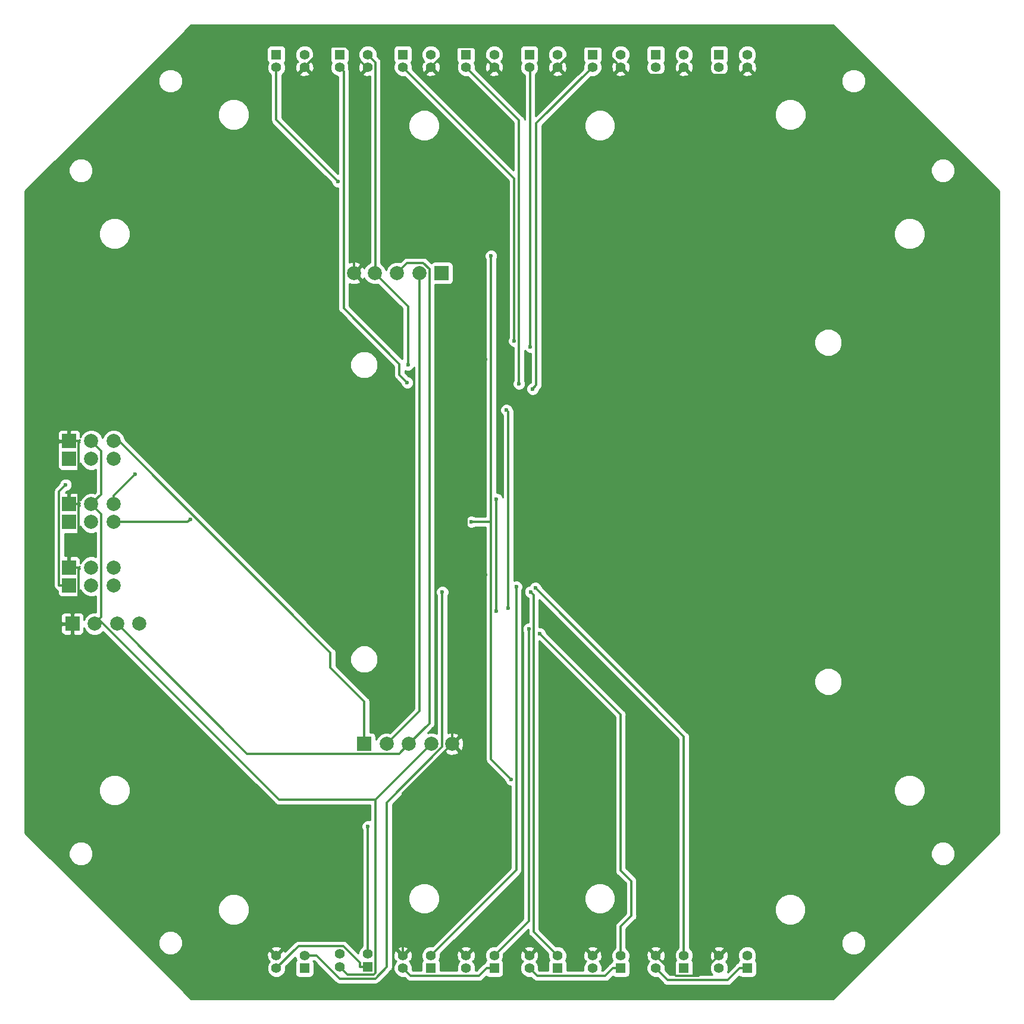
<source format=gbl>
G04 #@! TF.GenerationSoftware,KiCad,Pcbnew,(5.0.1)-rc2*
G04 #@! TF.CreationDate,2018-11-13T19:48:18+01:00*
G04 #@! TF.ProjectId,agv-skladiscni-v5,6167762D736B6C61646973636E692D76,rev?*
G04 #@! TF.SameCoordinates,Original*
G04 #@! TF.FileFunction,Copper,L2,Bot,Signal*
G04 #@! TF.FilePolarity,Positive*
%FSLAX46Y46*%
G04 Gerber Fmt 4.6, Leading zero omitted, Abs format (unit mm)*
G04 Created by KiCad (PCBNEW (5.0.1)-rc2) date 13-Nov-18 07:48:18 PM*
%MOMM*%
%LPD*%
G01*
G04 APERTURE LIST*
G04 #@! TA.AperFunction,ComponentPad*
%ADD10C,1.400000*%
G04 #@! TD*
G04 #@! TA.AperFunction,ComponentPad*
%ADD11R,1.400000X1.400000*%
G04 #@! TD*
G04 #@! TA.AperFunction,ComponentPad*
%ADD12R,1.998980X1.998980*%
G04 #@! TD*
G04 #@! TA.AperFunction,ComponentPad*
%ADD13C,1.998980*%
G04 #@! TD*
G04 #@! TA.AperFunction,ViaPad*
%ADD14C,0.600000*%
G04 #@! TD*
G04 #@! TA.AperFunction,Conductor*
%ADD15C,0.300000*%
G04 #@! TD*
G04 #@! TA.AperFunction,Conductor*
%ADD16C,0.254000*%
G04 #@! TD*
G04 APERTURE END LIST*
D10*
G04 #@! TO.P,U11,4*
G04 #@! TO.N,GND*
X83470000Y-153100000D03*
G04 #@! TO.P,U11,2*
G04 #@! TO.N,+3V3*
X83470000Y-154900000D03*
D11*
G04 #@! TO.P,U11,1*
G04 #@! TO.N,Net-(U11-Pad1)*
X87470000Y-154900000D03*
D10*
G04 #@! TO.P,U11,3*
G04 #@! TO.N,SEN4*
X87470000Y-153100000D03*
G04 #@! TD*
G04 #@! TO.P,U12,4*
G04 #@! TO.N,GND*
X74470000Y-153100000D03*
G04 #@! TO.P,U12,2*
G04 #@! TO.N,Net-(U11-Pad1)*
X74470000Y-154900000D03*
D11*
G04 #@! TO.P,U12,1*
G04 #@! TO.N,Net-(R14-Pad1)*
X78470000Y-154900000D03*
D10*
G04 #@! TO.P,U12,3*
G04 #@! TO.N,SEN5*
X78470000Y-153100000D03*
G04 #@! TD*
G04 #@! TO.P,U15,4*
G04 #@! TO.N,GND*
X65470000Y-152900000D03*
G04 #@! TO.P,U15,2*
G04 #@! TO.N,+3V3*
X65470000Y-154700000D03*
D11*
G04 #@! TO.P,U15,1*
G04 #@! TO.N,Net-(U15-Pad1)*
X69470000Y-154700000D03*
D10*
G04 #@! TO.P,U15,3*
G04 #@! TO.N,SEN6*
X69470000Y-152900000D03*
G04 #@! TD*
G04 #@! TO.P,U13,4*
G04 #@! TO.N,GND*
X69470000Y-26700000D03*
G04 #@! TO.P,U13,2*
G04 #@! TO.N,+3V3*
X69470000Y-24900000D03*
D11*
G04 #@! TO.P,U13,1*
G04 #@! TO.N,Net-(U13-Pad1)*
X65470000Y-24900000D03*
D10*
G04 #@! TO.P,U13,3*
G04 #@! TO.N,SEN14*
X65470000Y-26700000D03*
G04 #@! TD*
G04 #@! TO.P,U14,4*
G04 #@! TO.N,GND*
X60470000Y-26700000D03*
G04 #@! TO.P,U14,2*
G04 #@! TO.N,Net-(U13-Pad1)*
X60470000Y-24900000D03*
D11*
G04 #@! TO.P,U14,1*
G04 #@! TO.N,Net-(R23-Pad1)*
X56470000Y-24900000D03*
D10*
G04 #@! TO.P,U14,3*
G04 #@! TO.N,SEN15*
X56470000Y-26700000D03*
G04 #@! TD*
G04 #@! TO.P,U16,4*
G04 #@! TO.N,GND*
X56470000Y-153100000D03*
G04 #@! TO.P,U16,2*
G04 #@! TO.N,Net-(U15-Pad1)*
X56470000Y-154900000D03*
D11*
G04 #@! TO.P,U16,1*
G04 #@! TO.N,Net-(R24-Pad1)*
X60470000Y-154900000D03*
D10*
G04 #@! TO.P,U16,3*
G04 #@! TO.N,SEN7*
X60470000Y-153100000D03*
G04 #@! TD*
G04 #@! TO.P,U10,4*
G04 #@! TO.N,GND*
X78470000Y-26700000D03*
G04 #@! TO.P,U10,2*
G04 #@! TO.N,Net-(U10-Pad2)*
X78470000Y-24900000D03*
D11*
G04 #@! TO.P,U10,1*
G04 #@! TO.N,Net-(R13-Pad1)*
X74470000Y-24900000D03*
D10*
G04 #@! TO.P,U10,3*
G04 #@! TO.N,SEN13*
X74470000Y-26700000D03*
G04 #@! TD*
G04 #@! TO.P,U7,4*
G04 #@! TO.N,GND*
X101470000Y-153100000D03*
G04 #@! TO.P,U7,2*
G04 #@! TO.N,+3V3*
X101470000Y-154900000D03*
D11*
G04 #@! TO.P,U7,1*
G04 #@! TO.N,Net-(U7-Pad1)*
X105470000Y-154900000D03*
D10*
G04 #@! TO.P,U7,3*
G04 #@! TO.N,SEN2*
X105470000Y-153100000D03*
G04 #@! TD*
G04 #@! TO.P,U8,4*
G04 #@! TO.N,GND*
X92470000Y-153100000D03*
G04 #@! TO.P,U8,2*
G04 #@! TO.N,Net-(U7-Pad1)*
X92470000Y-154900000D03*
D11*
G04 #@! TO.P,U8,1*
G04 #@! TO.N,Net-(R8-Pad1)*
X96470000Y-154900000D03*
D10*
G04 #@! TO.P,U8,3*
G04 #@! TO.N,SEN3*
X96470000Y-153100000D03*
G04 #@! TD*
G04 #@! TO.P,U1,4*
G04 #@! TO.N,GND*
X123470000Y-26700000D03*
G04 #@! TO.P,U1,2*
G04 #@! TO.N,+3V3*
X123470000Y-24900000D03*
D11*
G04 #@! TO.P,U1,1*
G04 #@! TO.N,Net-(U1-Pad1)*
X119470000Y-24900000D03*
D10*
G04 #@! TO.P,U1,3*
G04 #@! TO.N,SEN8*
X119470000Y-26700000D03*
G04 #@! TD*
G04 #@! TO.P,U9,4*
G04 #@! TO.N,GND*
X87470000Y-26700000D03*
G04 #@! TO.P,U9,2*
G04 #@! TO.N,+3V3*
X87470000Y-24900000D03*
D11*
G04 #@! TO.P,U9,1*
G04 #@! TO.N,Net-(U10-Pad2)*
X83470000Y-24900000D03*
D10*
G04 #@! TO.P,U9,3*
G04 #@! TO.N,SEN12*
X83470000Y-26700000D03*
G04 #@! TD*
G04 #@! TO.P,U3,4*
G04 #@! TO.N,GND*
X119470000Y-153100000D03*
G04 #@! TO.P,U3,2*
G04 #@! TO.N,+3V3*
X119470000Y-154900000D03*
D11*
G04 #@! TO.P,U3,1*
G04 #@! TO.N,Net-(U3-Pad1)*
X123470000Y-154900000D03*
D10*
G04 #@! TO.P,U3,3*
G04 #@! TO.N,SEN0*
X123470000Y-153100000D03*
G04 #@! TD*
G04 #@! TO.P,U4,4*
G04 #@! TO.N,GND*
X110470000Y-153100000D03*
G04 #@! TO.P,U4,2*
G04 #@! TO.N,Net-(U3-Pad1)*
X110470000Y-154900000D03*
D11*
G04 #@! TO.P,U4,1*
G04 #@! TO.N,Net-(R2-Pad1)*
X114470000Y-154900000D03*
D10*
G04 #@! TO.P,U4,3*
G04 #@! TO.N,SEN1*
X114470000Y-153100000D03*
G04 #@! TD*
G04 #@! TO.P,U5,4*
G04 #@! TO.N,GND*
X105470000Y-26700000D03*
G04 #@! TO.P,U5,2*
G04 #@! TO.N,+3V3*
X105470000Y-24900000D03*
D11*
G04 #@! TO.P,U5,1*
G04 #@! TO.N,Net-(U5-Pad1)*
X101470000Y-24900000D03*
D10*
G04 #@! TO.P,U5,3*
G04 #@! TO.N,SEN10*
X101470000Y-26700000D03*
G04 #@! TD*
G04 #@! TO.P,U2,4*
G04 #@! TO.N,GND*
X114470000Y-26700000D03*
G04 #@! TO.P,U2,2*
G04 #@! TO.N,Net-(U1-Pad1)*
X114470000Y-24900000D03*
D11*
G04 #@! TO.P,U2,1*
G04 #@! TO.N,Net-(R1-Pad1)*
X110470000Y-24900000D03*
D10*
G04 #@! TO.P,U2,3*
G04 #@! TO.N,SEN9*
X110470000Y-26700000D03*
G04 #@! TD*
G04 #@! TO.P,U6,4*
G04 #@! TO.N,GND*
X96470000Y-26700000D03*
G04 #@! TO.P,U6,2*
G04 #@! TO.N,Net-(U5-Pad1)*
X96470000Y-24900000D03*
D11*
G04 #@! TO.P,U6,1*
G04 #@! TO.N,Net-(R7-Pad1)*
X92470000Y-24900000D03*
D10*
G04 #@! TO.P,U6,3*
G04 #@! TO.N,SEN11*
X92470000Y-26700000D03*
G04 #@! TD*
D12*
G04 #@! TO.P,J6,4*
G04 #@! TO.N,DIG1*
X26970000Y-91440000D03*
D13*
G04 #@! TO.P,J6,5*
G04 #@! TO.N,DIG2*
X30145000Y-91440000D03*
G04 #@! TO.P,J6,6*
G04 #@! TO.N,LEDS*
X33320000Y-91440000D03*
G04 #@! TO.P,J6,3*
G04 #@! TO.N,DIG0*
X33320000Y-88900000D03*
G04 #@! TO.P,J6,2*
G04 #@! TO.N,+3V3*
X30145000Y-88900000D03*
D12*
G04 #@! TO.P,J6,1*
G04 #@! TO.N,GND*
X26970000Y-88900000D03*
G04 #@! TD*
G04 #@! TO.P,J1,1*
G04 #@! TO.N,Xshut_0*
X69000000Y-123000000D03*
D13*
G04 #@! TO.P,J1,2*
G04 #@! TO.N,SDA*
X72175000Y-123000000D03*
G04 #@! TO.P,J1,3*
G04 #@! TO.N,SCL*
X75350000Y-123000000D03*
G04 #@! TO.P,J1,4*
G04 #@! TO.N,+3V3*
X78525000Y-123000000D03*
G04 #@! TO.P,J1,5*
G04 #@! TO.N,GND*
X81500000Y-123000000D03*
G04 #@! TD*
D12*
G04 #@! TO.P,J3,1*
G04 #@! TO.N,GND*
X26970000Y-79900000D03*
D13*
G04 #@! TO.P,J3,2*
G04 #@! TO.N,+3V3*
X30145000Y-79900000D03*
G04 #@! TO.P,J3,3*
G04 #@! TO.N,Xshut_0*
X33320000Y-79900000D03*
G04 #@! TO.P,J3,6*
G04 #@! TO.N,Net-(J3-Pad6)*
X33320000Y-82440000D03*
G04 #@! TO.P,J3,5*
G04 #@! TO.N,Net-(J3-Pad5)*
X30145000Y-82440000D03*
D12*
G04 #@! TO.P,J3,4*
G04 #@! TO.N,Xshut_1*
X26970000Y-82440000D03*
G04 #@! TD*
D13*
G04 #@! TO.P,J2,5*
G04 #@! TO.N,GND*
X67500000Y-56000000D03*
G04 #@! TO.P,J2,4*
G04 #@! TO.N,+3V3*
X70475000Y-56000000D03*
G04 #@! TO.P,J2,3*
G04 #@! TO.N,SCL*
X73650000Y-56000000D03*
G04 #@! TO.P,J2,2*
G04 #@! TO.N,SDA*
X76825000Y-56000000D03*
D12*
G04 #@! TO.P,J2,1*
G04 #@! TO.N,Xshut_1*
X80000000Y-56000000D03*
G04 #@! TD*
G04 #@! TO.P,J4,1*
G04 #@! TO.N,GND*
X27445000Y-105900000D03*
D13*
G04 #@! TO.P,J4,2*
G04 #@! TO.N,+3V3*
X30620000Y-105900000D03*
G04 #@! TO.P,J4,3*
G04 #@! TO.N,SCL*
X33795000Y-105900000D03*
G04 #@! TO.P,J4,4*
G04 #@! TO.N,SDA*
X36970000Y-105900000D03*
G04 #@! TD*
D12*
G04 #@! TO.P,J5,1*
G04 #@! TO.N,GND*
X26970000Y-97900000D03*
D13*
G04 #@! TO.P,J5,2*
G04 #@! TO.N,+1V8*
X30145000Y-97900000D03*
G04 #@! TO.P,J5,3*
G04 #@! TO.N,A0*
X33320000Y-97900000D03*
G04 #@! TO.P,J5,6*
G04 #@! TO.N,Net-(J5-Pad6)*
X33320000Y-100440000D03*
G04 #@! TO.P,J5,5*
G04 #@! TO.N,Net-(J5-Pad5)*
X30145000Y-100440000D03*
D12*
G04 #@! TO.P,J5,4*
G04 #@! TO.N,A1*
X26970000Y-100440000D03*
G04 #@! TD*
D14*
G04 #@! TO.N,SEN1*
X93329600Y-100806800D03*
G04 #@! TO.N,SEN3*
X92645200Y-101367400D03*
G04 #@! TO.N,SEN7*
X80100100Y-101387900D03*
G04 #@! TO.N,SEN5*
X90610700Y-100639400D03*
G04 #@! TO.N,GND*
X86211800Y-68285600D03*
X86211800Y-98942500D03*
G04 #@! TO.N,DIG0*
X87783000Y-88150500D03*
X87783000Y-104074700D03*
X36354400Y-84629500D03*
G04 #@! TO.N,DIG1*
X89224600Y-75470100D03*
X89492400Y-103633000D03*
G04 #@! TO.N,SEN6*
X69470000Y-134738500D03*
G04 #@! TO.N,SEN4*
X92395300Y-106672100D03*
G04 #@! TO.N,SEN2*
X93980000Y-107333500D03*
G04 #@! TO.N,+3V3*
X75191900Y-69021100D03*
G04 #@! TO.N,SEN10*
X92951600Y-72482700D03*
G04 #@! TO.N,SEN12*
X91007600Y-71762300D03*
G04 #@! TO.N,SEN14*
X75100500Y-71576800D03*
G04 #@! TO.N,SEN13*
X90307300Y-65668800D03*
G04 #@! TO.N,SEN15*
X65210300Y-42941000D03*
G04 #@! TO.N,A1*
X26488200Y-86126200D03*
G04 #@! TO.N,SEN11*
X92586400Y-66510900D03*
G04 #@! TO.N,LEDS*
X89910400Y-128074800D03*
X44226500Y-91037500D03*
X84230600Y-91387800D03*
X87032500Y-53566700D03*
G04 #@! TD*
D15*
G04 #@! TO.N,SEN1*
X114470000Y-153100000D02*
X114470000Y-121947200D01*
X114470000Y-121947200D02*
X93329600Y-100806800D01*
G04 #@! TO.N,SEN3*
X96470000Y-153100000D02*
X93097000Y-149727000D01*
X93097000Y-149727000D02*
X93097000Y-101819200D01*
X93097000Y-101819200D02*
X92645200Y-101367400D01*
G04 #@! TO.N,SEN7*
X60470000Y-153100000D02*
X62177600Y-153100000D01*
X62177600Y-153100000D02*
X65467300Y-156389700D01*
X65467300Y-156389700D02*
X70543300Y-156389700D01*
X70543300Y-156389700D02*
X72223300Y-154709700D01*
X72223300Y-154709700D02*
X72223300Y-131320900D01*
X72223300Y-131320900D02*
X80100100Y-123444100D01*
X80100100Y-123444100D02*
X80100100Y-101387900D01*
G04 #@! TO.N,SEN5*
X78470000Y-153100000D02*
X90610700Y-140959300D01*
X90610700Y-140959300D02*
X90610700Y-100639400D01*
G04 #@! TO.N,GND*
X114470000Y-26700000D02*
X115575600Y-27805600D01*
X115575600Y-27805600D02*
X122364400Y-27805600D01*
X122364400Y-27805600D02*
X123470000Y-26700000D01*
X114470000Y-26700000D02*
X113342900Y-27827100D01*
X113342900Y-27827100D02*
X106597100Y-27827100D01*
X106597100Y-27827100D02*
X105470000Y-26700000D01*
X105470000Y-26700000D02*
X102557500Y-23787500D01*
X102557500Y-23787500D02*
X99382500Y-23787500D01*
X99382500Y-23787500D02*
X96470000Y-26700000D01*
X86211800Y-98942500D02*
X83520600Y-96251300D01*
X83520600Y-96251300D02*
X83520600Y-70976800D01*
X83520600Y-70976800D02*
X86211800Y-68285600D01*
X86211800Y-98942500D02*
X81500000Y-103654300D01*
X81500000Y-103654300D02*
X81500000Y-123000000D01*
X69355100Y-26814900D02*
X69470000Y-26700000D01*
X67500000Y-56000000D02*
X67500000Y-28670000D01*
X67500000Y-28670000D02*
X69355100Y-26814900D01*
X69355100Y-26814900D02*
X66327700Y-23787500D01*
X66327700Y-23787500D02*
X63382500Y-23787500D01*
X63382500Y-23787500D02*
X60470000Y-26700000D01*
X87470000Y-26700000D02*
X84569600Y-23799600D01*
X84569600Y-23799600D02*
X81370400Y-23799600D01*
X81370400Y-23799600D02*
X78470000Y-26700000D01*
X26970000Y-97900000D02*
X28369800Y-97900000D01*
X27445000Y-105900000D02*
X27445000Y-104500200D01*
X27445000Y-104500200D02*
X28369800Y-103575400D01*
X28369800Y-103575400D02*
X28369800Y-97900000D01*
X26970000Y-97900000D02*
X26970000Y-96500200D01*
X28369800Y-88900000D02*
X28369800Y-95100400D01*
X28369800Y-95100400D02*
X26970000Y-96500200D01*
X28369800Y-79900000D02*
X28369800Y-88900000D01*
X119470000Y-153100000D02*
X116569600Y-156000400D01*
X116569600Y-156000400D02*
X113370400Y-156000400D01*
X113370400Y-156000400D02*
X110470000Y-153100000D01*
X26970000Y-79900000D02*
X28369800Y-79900000D01*
X26970000Y-88900000D02*
X28369800Y-88900000D01*
X74470000Y-148000000D02*
X74470000Y-153100000D01*
X73500000Y-147030000D02*
X74470000Y-148000000D01*
X73500000Y-142000000D02*
X73500000Y-147030000D01*
X74470000Y-141030000D02*
X73500000Y-142000000D01*
X74470000Y-130030000D02*
X74470000Y-141030000D01*
X81500000Y-123000000D02*
X74470000Y-130030000D01*
G04 #@! TO.N,DIG0*
X87783000Y-88150500D02*
X87783000Y-104074700D01*
X33320000Y-88900000D02*
X33320000Y-87663900D01*
X33320000Y-87663900D02*
X36354400Y-84629500D01*
G04 #@! TO.N,DIG1*
X89224600Y-75470100D02*
X89492400Y-75737900D01*
X89492400Y-75737900D02*
X89492400Y-103633000D01*
G04 #@! TO.N,SEN6*
X69470000Y-152900000D02*
X69470000Y-134738500D01*
G04 #@! TO.N,SEN4*
X92395300Y-106672100D02*
X92395300Y-148174700D01*
X92395300Y-148174700D02*
X87470000Y-153100000D01*
G04 #@! TO.N,SEN2*
X93980000Y-107333500D02*
X105470000Y-118823500D01*
X105470000Y-141000000D02*
X105500000Y-141000000D01*
X105470000Y-118823500D02*
X105470000Y-141000000D01*
X105500000Y-141000000D02*
X107000000Y-142500000D01*
X107000000Y-147470000D02*
X105470000Y-149000000D01*
X107000000Y-142500000D02*
X107000000Y-147470000D01*
X105470000Y-149000000D02*
X105470000Y-153100000D01*
G04 #@! TO.N,+3V3*
X70570400Y-130954600D02*
X70570400Y-155567300D01*
X70570400Y-155567300D02*
X70337300Y-155800400D01*
X70337300Y-155800400D02*
X66570400Y-155800400D01*
X66570400Y-155800400D02*
X65470000Y-154700000D01*
X78525000Y-123000000D02*
X70570400Y-130954600D01*
X31204800Y-105315200D02*
X56844200Y-130954600D01*
X56844200Y-130954600D02*
X70570400Y-130954600D01*
X31204800Y-105315200D02*
X31564800Y-104955200D01*
X31564800Y-104955200D02*
X31564800Y-90319800D01*
X31564800Y-90319800D02*
X30145000Y-88900000D01*
X30620000Y-105900000D02*
X31204800Y-105315200D01*
X70475000Y-56000000D02*
X75191900Y-60716900D01*
X75191900Y-60716900D02*
X75191900Y-69021100D01*
X69470000Y-24900000D02*
X70580600Y-26010600D01*
X70580600Y-26010600D02*
X70580600Y-55894400D01*
X70580600Y-55894400D02*
X70475000Y-56000000D01*
X30145000Y-79900000D02*
X31544900Y-81299900D01*
X31544900Y-81299900D02*
X31544900Y-87500100D01*
X31544900Y-87500100D02*
X30145000Y-88900000D01*
G04 #@! TO.N,SEN10*
X101470000Y-26700000D02*
X93471500Y-34698500D01*
X93471500Y-34698500D02*
X93471500Y-71962800D01*
X93471500Y-71962800D02*
X92951600Y-72482700D01*
G04 #@! TO.N,SEN12*
X83470000Y-26700000D02*
X91007600Y-34237600D01*
X91007600Y-34237600D02*
X91007600Y-71762300D01*
G04 #@! TO.N,SEN14*
X66066200Y-27296200D02*
X65470000Y-26700000D01*
X74000000Y-68933800D02*
X66066200Y-61000000D01*
X74000000Y-70476300D02*
X74000000Y-68933800D01*
X66066200Y-61000000D02*
X66066200Y-27296200D01*
X75100500Y-71576800D02*
X74000000Y-70476300D01*
G04 #@! TO.N,SEN13*
X90307300Y-65668800D02*
X90307300Y-42537300D01*
X90307300Y-42537300D02*
X74470000Y-26700000D01*
G04 #@! TO.N,SEN15*
X56470000Y-26700000D02*
X56470000Y-34200700D01*
X56470000Y-34200700D02*
X65210300Y-42941000D01*
G04 #@! TO.N,A1*
X26970000Y-100440000D02*
X25570200Y-100440000D01*
X25570200Y-100440000D02*
X25570200Y-87044200D01*
X25570200Y-87044200D02*
X26488200Y-86126200D01*
G04 #@! TO.N,SEN11*
X92470000Y-26700000D02*
X92586400Y-26816400D01*
X92586400Y-26816400D02*
X92586400Y-66510900D01*
G04 #@! TO.N,SCL*
X75350000Y-123000000D02*
X73932800Y-124417200D01*
X73932800Y-124417200D02*
X52312200Y-124417200D01*
X52312200Y-124417200D02*
X33795000Y-105900000D01*
X73650000Y-56000000D02*
X75086600Y-54563400D01*
X75086600Y-54563400D02*
X77392100Y-54563400D01*
X77392100Y-54563400D02*
X78241500Y-55412800D01*
X78241500Y-55412800D02*
X78241500Y-120108500D01*
X78241500Y-120108500D02*
X75350000Y-123000000D01*
G04 #@! TO.N,SDA*
X76825000Y-56000000D02*
X76825000Y-118350000D01*
X76825000Y-118350000D02*
X72175000Y-123000000D01*
G04 #@! TO.N,Xshut_0*
X34079400Y-79900000D02*
X33320000Y-79900000D01*
X69000000Y-123000000D02*
X69000000Y-121600200D01*
X64179400Y-112179400D02*
X69000000Y-117000000D01*
X64179400Y-110000000D02*
X64179400Y-112179400D01*
X69000000Y-121600200D02*
X69000000Y-117000000D01*
X64179400Y-110000000D02*
X34079400Y-79900000D01*
G04 #@! TO.N,LEDS*
X87032500Y-91387800D02*
X87032500Y-125196900D01*
X87032500Y-125196900D02*
X89910400Y-128074800D01*
X87032500Y-53566700D02*
X87032500Y-91387800D01*
X87032500Y-91387800D02*
X84230600Y-91387800D01*
X44226500Y-91037500D02*
X43824000Y-91440000D01*
X43824000Y-91440000D02*
X33320000Y-91440000D01*
G04 #@! TO.N,Net-(U3-Pad1)*
X123470000Y-154900000D02*
X122369700Y-154900000D01*
X110470000Y-154900000D02*
X112163000Y-156593000D01*
X112163000Y-156593000D02*
X120676700Y-156593000D01*
X120676700Y-156593000D02*
X122369700Y-154900000D01*
G04 #@! TO.N,Net-(U7-Pad1)*
X105470000Y-154900000D02*
X104369700Y-154900000D01*
X92470000Y-154900000D02*
X93570300Y-156000300D01*
X93570300Y-156000300D02*
X103269400Y-156000300D01*
X103269400Y-156000300D02*
X104369700Y-154900000D01*
G04 #@! TO.N,Net-(U11-Pad1)*
X87470000Y-154900000D02*
X86369700Y-154900000D01*
X74470000Y-154900000D02*
X75570300Y-156000300D01*
X75570300Y-156000300D02*
X85269400Y-156000300D01*
X85269400Y-156000300D02*
X86369700Y-154900000D01*
G04 #@! TO.N,Net-(U15-Pad1)*
X69470000Y-154700000D02*
X68369700Y-154700000D01*
X56470000Y-154900000D02*
X59614700Y-151755300D01*
X59614700Y-151755300D02*
X65975100Y-151755300D01*
X65975100Y-151755300D02*
X68369700Y-154149900D01*
X68369700Y-154149900D02*
X68369700Y-154700000D01*
G04 #@! TD*
D16*
G04 #@! TO.N,GND*
G36*
X159279972Y-44340487D02*
X159279971Y-135648330D01*
X135668894Y-159259408D01*
X44361049Y-159259408D01*
X36086528Y-150984887D01*
X39655000Y-150984887D01*
X39655000Y-151675113D01*
X39919138Y-152312799D01*
X40407201Y-152800862D01*
X41044887Y-153065000D01*
X41735113Y-153065000D01*
X42372799Y-152800862D01*
X42860862Y-152312799D01*
X42922196Y-152164725D01*
X55714331Y-152164725D01*
X56470000Y-152920395D01*
X57225669Y-152164725D01*
X57163831Y-151928958D01*
X56662878Y-151752581D01*
X56132560Y-151781336D01*
X55776169Y-151928958D01*
X55714331Y-152164725D01*
X42922196Y-152164725D01*
X43125000Y-151675113D01*
X43125000Y-150984887D01*
X42860862Y-150347201D01*
X42372799Y-149859138D01*
X41735113Y-149595000D01*
X41044887Y-149595000D01*
X40407201Y-149859138D01*
X39919138Y-150347201D01*
X39655000Y-150984887D01*
X36086528Y-150984887D01*
X31217072Y-146115431D01*
X48165000Y-146115431D01*
X48165000Y-147004569D01*
X48505259Y-147826026D01*
X49133974Y-148454741D01*
X49955431Y-148795000D01*
X50844569Y-148795000D01*
X51666026Y-148454741D01*
X52294741Y-147826026D01*
X52635000Y-147004569D01*
X52635000Y-146115431D01*
X52294741Y-145293974D01*
X51666026Y-144665259D01*
X50844569Y-144325000D01*
X49955431Y-144325000D01*
X49133974Y-144665259D01*
X48505259Y-145293974D01*
X48165000Y-146115431D01*
X31217072Y-146115431D01*
X23366528Y-138264887D01*
X26925000Y-138264887D01*
X26925000Y-138955113D01*
X27189138Y-139592799D01*
X27677201Y-140080862D01*
X28314887Y-140345000D01*
X29005113Y-140345000D01*
X29642799Y-140080862D01*
X30130862Y-139592799D01*
X30395000Y-138955113D01*
X30395000Y-138264887D01*
X30130862Y-137627201D01*
X29642799Y-137139138D01*
X29005113Y-136875000D01*
X28314887Y-136875000D01*
X27677201Y-137139138D01*
X27189138Y-137627201D01*
X26925000Y-138264887D01*
X23366528Y-138264887D01*
X20749971Y-135648331D01*
X20749971Y-129145431D01*
X31195000Y-129145431D01*
X31195000Y-130034569D01*
X31535259Y-130856026D01*
X32163974Y-131484741D01*
X32985431Y-131825000D01*
X33874569Y-131825000D01*
X34696026Y-131484741D01*
X35324741Y-130856026D01*
X35665000Y-130034569D01*
X35665000Y-129145431D01*
X35324741Y-128323974D01*
X34696026Y-127695259D01*
X33874569Y-127355000D01*
X32985431Y-127355000D01*
X32163974Y-127695259D01*
X31535259Y-128323974D01*
X31195000Y-129145431D01*
X20749971Y-129145431D01*
X20749971Y-106185750D01*
X25810510Y-106185750D01*
X25810510Y-107025800D01*
X25907183Y-107259189D01*
X26085812Y-107437817D01*
X26319201Y-107534490D01*
X27159250Y-107534490D01*
X27318000Y-107375740D01*
X27318000Y-106027000D01*
X25969260Y-106027000D01*
X25810510Y-106185750D01*
X20749971Y-106185750D01*
X20749971Y-104774200D01*
X25810510Y-104774200D01*
X25810510Y-105614250D01*
X25969260Y-105773000D01*
X27318000Y-105773000D01*
X27318000Y-104424260D01*
X27159250Y-104265510D01*
X26319201Y-104265510D01*
X26085812Y-104362183D01*
X25907183Y-104540811D01*
X25810510Y-104774200D01*
X20749971Y-104774200D01*
X20749971Y-100440000D01*
X24769821Y-100440000D01*
X24830746Y-100746292D01*
X24995447Y-100992783D01*
X25004247Y-101005953D01*
X25263908Y-101179454D01*
X25323070Y-101191222D01*
X25323070Y-101439490D01*
X25372353Y-101687255D01*
X25512701Y-101897299D01*
X25722745Y-102037647D01*
X25970510Y-102086930D01*
X27969490Y-102086930D01*
X28217255Y-102037647D01*
X28427299Y-101897299D01*
X28567647Y-101687255D01*
X28616930Y-101439490D01*
X28616930Y-101022041D01*
X28759346Y-101365864D01*
X29219136Y-101825654D01*
X29819880Y-102074490D01*
X30470120Y-102074490D01*
X30779800Y-101946216D01*
X30779800Y-104265510D01*
X30294880Y-104265510D01*
X29694136Y-104514346D01*
X29234346Y-104974136D01*
X29079490Y-105347992D01*
X29079490Y-104774200D01*
X28982817Y-104540811D01*
X28804188Y-104362183D01*
X28570799Y-104265510D01*
X27730750Y-104265510D01*
X27572000Y-104424260D01*
X27572000Y-105773000D01*
X27592000Y-105773000D01*
X27592000Y-106027000D01*
X27572000Y-106027000D01*
X27572000Y-107375740D01*
X27730750Y-107534490D01*
X28570799Y-107534490D01*
X28804188Y-107437817D01*
X28982817Y-107259189D01*
X29079490Y-107025800D01*
X29079490Y-106452008D01*
X29234346Y-106825864D01*
X29694136Y-107285654D01*
X30294880Y-107534490D01*
X30945120Y-107534490D01*
X31545864Y-107285654D01*
X31805480Y-107026038D01*
X56234453Y-131455011D01*
X56278247Y-131520553D01*
X56343789Y-131564347D01*
X56343791Y-131564349D01*
X56418825Y-131614485D01*
X56537908Y-131694054D01*
X56766884Y-131739600D01*
X56766888Y-131739600D01*
X56844199Y-131754978D01*
X56921510Y-131739600D01*
X69785400Y-131739600D01*
X69785400Y-133857106D01*
X69655983Y-133803500D01*
X69284017Y-133803500D01*
X68940365Y-133945845D01*
X68677345Y-134208865D01*
X68535000Y-134552517D01*
X68535000Y-134924483D01*
X68677345Y-135268135D01*
X68685001Y-135275791D01*
X68685000Y-151797025D01*
X68338242Y-152143783D01*
X68135000Y-152634452D01*
X68135000Y-152805042D01*
X66584849Y-151254892D01*
X66541053Y-151189347D01*
X66281392Y-151015846D01*
X66052416Y-150970300D01*
X66052412Y-150970300D01*
X65975100Y-150954922D01*
X65897788Y-150970300D01*
X59692010Y-150970300D01*
X59614699Y-150954922D01*
X59537388Y-150970300D01*
X59537384Y-150970300D01*
X59308408Y-151015846D01*
X59308406Y-151015847D01*
X59308407Y-151015847D01*
X59114291Y-151145551D01*
X59114289Y-151145553D01*
X59048747Y-151189347D01*
X59004953Y-151254889D01*
X57703320Y-152556522D01*
X57641042Y-152406169D01*
X57405275Y-152344331D01*
X56649605Y-153100000D01*
X56663748Y-153114143D01*
X56484143Y-153293748D01*
X56470000Y-153279605D01*
X56455858Y-153293748D01*
X56276252Y-153114142D01*
X56290395Y-153100000D01*
X55534725Y-152344331D01*
X55298958Y-152406169D01*
X55122581Y-152907122D01*
X55151336Y-153437440D01*
X55298958Y-153793831D01*
X55534723Y-153855669D01*
X55419474Y-153970918D01*
X55465291Y-154016735D01*
X55338242Y-154143783D01*
X55135000Y-154634452D01*
X55135000Y-155165548D01*
X55338242Y-155656217D01*
X55713783Y-156031758D01*
X56204452Y-156235000D01*
X56735548Y-156235000D01*
X57226217Y-156031758D01*
X57601758Y-155656217D01*
X57805000Y-155165548D01*
X57805000Y-154675157D01*
X59135000Y-153345158D01*
X59135000Y-153365548D01*
X59299116Y-153761759D01*
X59171843Y-153952235D01*
X59122560Y-154200000D01*
X59122560Y-155600000D01*
X59171843Y-155847765D01*
X59312191Y-156057809D01*
X59522235Y-156198157D01*
X59770000Y-156247440D01*
X61170000Y-156247440D01*
X61417765Y-156198157D01*
X61627809Y-156057809D01*
X61768157Y-155847765D01*
X61817440Y-155600000D01*
X61817440Y-154200000D01*
X61768157Y-153952235D01*
X61723232Y-153885000D01*
X61852443Y-153885000D01*
X64857553Y-156890111D01*
X64901347Y-156955653D01*
X64966889Y-156999447D01*
X64966891Y-156999449D01*
X65094046Y-157084411D01*
X65161008Y-157129154D01*
X65389984Y-157174700D01*
X65389988Y-157174700D01*
X65467299Y-157190078D01*
X65544610Y-157174700D01*
X70465988Y-157174700D01*
X70543300Y-157190078D01*
X70620612Y-157174700D01*
X70620616Y-157174700D01*
X70849592Y-157129154D01*
X71109253Y-156955653D01*
X71153049Y-156890108D01*
X72723711Y-155319447D01*
X72789253Y-155275653D01*
X72833047Y-155210111D01*
X72833049Y-155210109D01*
X72962754Y-155015992D01*
X72972788Y-154965548D01*
X73008300Y-154787016D01*
X73008300Y-154787012D01*
X73023678Y-154709700D01*
X73008300Y-154632388D01*
X73008300Y-152907122D01*
X73122581Y-152907122D01*
X73151336Y-153437440D01*
X73298958Y-153793831D01*
X73534723Y-153855669D01*
X73419474Y-153970918D01*
X73465291Y-154016735D01*
X73338242Y-154143783D01*
X73135000Y-154634452D01*
X73135000Y-155165548D01*
X73338242Y-155656217D01*
X73713783Y-156031758D01*
X74204452Y-156235000D01*
X74694842Y-156235000D01*
X74960553Y-156500711D01*
X75004347Y-156566253D01*
X75069889Y-156610047D01*
X75069891Y-156610049D01*
X75144925Y-156660185D01*
X75264008Y-156739754D01*
X75492984Y-156785300D01*
X75492988Y-156785300D01*
X75570299Y-156800678D01*
X75647610Y-156785300D01*
X85192088Y-156785300D01*
X85269400Y-156800678D01*
X85346712Y-156785300D01*
X85346716Y-156785300D01*
X85575692Y-156739754D01*
X85835353Y-156566253D01*
X85879149Y-156500708D01*
X86318100Y-156061757D01*
X86522235Y-156198157D01*
X86770000Y-156247440D01*
X88170000Y-156247440D01*
X88417765Y-156198157D01*
X88627809Y-156057809D01*
X88768157Y-155847765D01*
X88817440Y-155600000D01*
X88817440Y-154200000D01*
X88768157Y-153952235D01*
X88640884Y-153761759D01*
X88805000Y-153365548D01*
X88805000Y-152875157D01*
X89515432Y-152164725D01*
X91714331Y-152164725D01*
X92470000Y-152920395D01*
X93225669Y-152164725D01*
X93163831Y-151928958D01*
X92662878Y-151752581D01*
X92132560Y-151781336D01*
X91776169Y-151928958D01*
X91714331Y-152164725D01*
X89515432Y-152164725D01*
X92312000Y-149368158D01*
X92312000Y-149649688D01*
X92296622Y-149727000D01*
X92312000Y-149804312D01*
X92312000Y-149804315D01*
X92357546Y-150033291D01*
X92531047Y-150292953D01*
X92596592Y-150336749D01*
X95135000Y-152875158D01*
X95135000Y-153365548D01*
X95299116Y-153761759D01*
X95171843Y-153952235D01*
X95122560Y-154200000D01*
X95122560Y-155215300D01*
X93895458Y-155215300D01*
X93805000Y-155124842D01*
X93805000Y-154634452D01*
X93601758Y-154143783D01*
X93474710Y-154016735D01*
X93520526Y-153970918D01*
X93405277Y-153855669D01*
X93641042Y-153793831D01*
X93817419Y-153292878D01*
X93788664Y-152762560D01*
X93641042Y-152406169D01*
X93405275Y-152344331D01*
X92649605Y-153100000D01*
X92663748Y-153114142D01*
X92484142Y-153293748D01*
X92470000Y-153279605D01*
X92455858Y-153293748D01*
X92276252Y-153114142D01*
X92290395Y-153100000D01*
X91534725Y-152344331D01*
X91298958Y-152406169D01*
X91122581Y-152907122D01*
X91151336Y-153437440D01*
X91298958Y-153793831D01*
X91534723Y-153855669D01*
X91419474Y-153970918D01*
X91465291Y-154016735D01*
X91338242Y-154143783D01*
X91135000Y-154634452D01*
X91135000Y-155165548D01*
X91338242Y-155656217D01*
X91713783Y-156031758D01*
X92204452Y-156235000D01*
X92694842Y-156235000D01*
X92960553Y-156500711D01*
X93004347Y-156566253D01*
X93069889Y-156610047D01*
X93069891Y-156610049D01*
X93144925Y-156660185D01*
X93264008Y-156739754D01*
X93492984Y-156785300D01*
X93492988Y-156785300D01*
X93570299Y-156800678D01*
X93647610Y-156785300D01*
X103192088Y-156785300D01*
X103269400Y-156800678D01*
X103346712Y-156785300D01*
X103346716Y-156785300D01*
X103575692Y-156739754D01*
X103835353Y-156566253D01*
X103879149Y-156500708D01*
X104318100Y-156061757D01*
X104522235Y-156198157D01*
X104770000Y-156247440D01*
X106170000Y-156247440D01*
X106417765Y-156198157D01*
X106627809Y-156057809D01*
X106768157Y-155847765D01*
X106817440Y-155600000D01*
X106817440Y-154200000D01*
X106768157Y-153952235D01*
X106640884Y-153761759D01*
X106805000Y-153365548D01*
X106805000Y-152834452D01*
X106601758Y-152343783D01*
X106422700Y-152164725D01*
X109714331Y-152164725D01*
X110470000Y-152920395D01*
X111225669Y-152164725D01*
X111163831Y-151928958D01*
X110662878Y-151752581D01*
X110132560Y-151781336D01*
X109776169Y-151928958D01*
X109714331Y-152164725D01*
X106422700Y-152164725D01*
X106255000Y-151997025D01*
X106255000Y-149325157D01*
X107500408Y-148079749D01*
X107565953Y-148035953D01*
X107739454Y-147776292D01*
X107785000Y-147547316D01*
X107785000Y-147547312D01*
X107800378Y-147470000D01*
X107785000Y-147392688D01*
X107785000Y-142577310D01*
X107800378Y-142499999D01*
X107785000Y-142422688D01*
X107785000Y-142422684D01*
X107739454Y-142193708D01*
X107694711Y-142126746D01*
X107609749Y-141999591D01*
X107609747Y-141999589D01*
X107565953Y-141934047D01*
X107500411Y-141890253D01*
X106255000Y-140644843D01*
X106255000Y-118900812D01*
X106270378Y-118823500D01*
X106255000Y-118746188D01*
X106255000Y-118746184D01*
X106209454Y-118517208D01*
X106149390Y-118427316D01*
X106079749Y-118323091D01*
X106079747Y-118323089D01*
X106035953Y-118257547D01*
X105970411Y-118213753D01*
X94915000Y-107158343D01*
X94915000Y-107147517D01*
X94772655Y-106803865D01*
X94509635Y-106540845D01*
X94165983Y-106398500D01*
X93882000Y-106398500D01*
X93882000Y-102469357D01*
X113685001Y-122272359D01*
X113685000Y-151997025D01*
X113338242Y-152343783D01*
X113135000Y-152834452D01*
X113135000Y-153365548D01*
X113299116Y-153761759D01*
X113171843Y-153952235D01*
X113122560Y-154200000D01*
X113122560Y-155600000D01*
X113163933Y-155808000D01*
X112488157Y-155808000D01*
X111805000Y-155124843D01*
X111805000Y-154634452D01*
X111601758Y-154143783D01*
X111474710Y-154016735D01*
X111520526Y-153970918D01*
X111405277Y-153855669D01*
X111641042Y-153793831D01*
X111817419Y-153292878D01*
X111788664Y-152762560D01*
X111641042Y-152406169D01*
X111405275Y-152344331D01*
X110649605Y-153100000D01*
X110663748Y-153114142D01*
X110484142Y-153293748D01*
X110470000Y-153279605D01*
X110455858Y-153293748D01*
X110276252Y-153114142D01*
X110290395Y-153100000D01*
X109534725Y-152344331D01*
X109298958Y-152406169D01*
X109122581Y-152907122D01*
X109151336Y-153437440D01*
X109298958Y-153793831D01*
X109534723Y-153855669D01*
X109419474Y-153970918D01*
X109465291Y-154016735D01*
X109338242Y-154143783D01*
X109135000Y-154634452D01*
X109135000Y-155165548D01*
X109338242Y-155656217D01*
X109713783Y-156031758D01*
X110204452Y-156235000D01*
X110694843Y-156235000D01*
X111553251Y-157093408D01*
X111597047Y-157158953D01*
X111856708Y-157332454D01*
X112085684Y-157378000D01*
X112085688Y-157378000D01*
X112163000Y-157393378D01*
X112240312Y-157378000D01*
X120599388Y-157378000D01*
X120676700Y-157393378D01*
X120754012Y-157378000D01*
X120754016Y-157378000D01*
X120982992Y-157332454D01*
X121242653Y-157158953D01*
X121286449Y-157093408D01*
X122318100Y-156061757D01*
X122522235Y-156198157D01*
X122770000Y-156247440D01*
X124170000Y-156247440D01*
X124417765Y-156198157D01*
X124627809Y-156057809D01*
X124768157Y-155847765D01*
X124817440Y-155600000D01*
X124817440Y-154200000D01*
X124768157Y-153952235D01*
X124640884Y-153761759D01*
X124805000Y-153365548D01*
X124805000Y-152834452D01*
X124601758Y-152343783D01*
X124226217Y-151968242D01*
X123735548Y-151765000D01*
X123204452Y-151765000D01*
X122713783Y-151968242D01*
X122338242Y-152343783D01*
X122135000Y-152834452D01*
X122135000Y-153365548D01*
X122299116Y-153761759D01*
X122171843Y-153952235D01*
X122133168Y-154146670D01*
X122063408Y-154160546D01*
X121803747Y-154334047D01*
X121759951Y-154399592D01*
X120671360Y-155488183D01*
X120805000Y-155165548D01*
X120805000Y-154634452D01*
X120601758Y-154143783D01*
X120474710Y-154016735D01*
X120520526Y-153970918D01*
X120405277Y-153855669D01*
X120641042Y-153793831D01*
X120817419Y-153292878D01*
X120788664Y-152762560D01*
X120641042Y-152406169D01*
X120405275Y-152344331D01*
X119649605Y-153100000D01*
X119663748Y-153114142D01*
X119484142Y-153293748D01*
X119470000Y-153279605D01*
X119455858Y-153293748D01*
X119276252Y-153114142D01*
X119290395Y-153100000D01*
X118534725Y-152344331D01*
X118298958Y-152406169D01*
X118122581Y-152907122D01*
X118151336Y-153437440D01*
X118298958Y-153793831D01*
X118534723Y-153855669D01*
X118419474Y-153970918D01*
X118465291Y-154016735D01*
X118338242Y-154143783D01*
X118135000Y-154634452D01*
X118135000Y-155165548D01*
X118338242Y-155656217D01*
X118490025Y-155808000D01*
X115776067Y-155808000D01*
X115817440Y-155600000D01*
X115817440Y-154200000D01*
X115768157Y-153952235D01*
X115640884Y-153761759D01*
X115805000Y-153365548D01*
X115805000Y-152834452D01*
X115601758Y-152343783D01*
X115422700Y-152164725D01*
X118714331Y-152164725D01*
X119470000Y-152920395D01*
X120225669Y-152164725D01*
X120163831Y-151928958D01*
X119662878Y-151752581D01*
X119132560Y-151781336D01*
X118776169Y-151928958D01*
X118714331Y-152164725D01*
X115422700Y-152164725D01*
X115255000Y-151997025D01*
X115255000Y-150994887D01*
X136875000Y-150994887D01*
X136875000Y-151685113D01*
X137139138Y-152322799D01*
X137627201Y-152810862D01*
X138264887Y-153075000D01*
X138955113Y-153075000D01*
X139592799Y-152810862D01*
X140080862Y-152322799D01*
X140345000Y-151685113D01*
X140345000Y-150994887D01*
X140080862Y-150357201D01*
X139592799Y-149869138D01*
X138955113Y-149605000D01*
X138264887Y-149605000D01*
X137627201Y-149869138D01*
X137139138Y-150357201D01*
X136875000Y-150994887D01*
X115255000Y-150994887D01*
X115255000Y-146125431D01*
X127355000Y-146125431D01*
X127355000Y-147014569D01*
X127695259Y-147836026D01*
X128323974Y-148464741D01*
X129145431Y-148805000D01*
X130034569Y-148805000D01*
X130856026Y-148464741D01*
X131484741Y-147836026D01*
X131825000Y-147014569D01*
X131825000Y-146125431D01*
X131484741Y-145303974D01*
X130856026Y-144675259D01*
X130034569Y-144335000D01*
X129145431Y-144335000D01*
X128323974Y-144675259D01*
X127695259Y-145303974D01*
X127355000Y-146125431D01*
X115255000Y-146125431D01*
X115255000Y-138264887D01*
X149605000Y-138264887D01*
X149605000Y-138955113D01*
X149869138Y-139592799D01*
X150357201Y-140080862D01*
X150994887Y-140345000D01*
X151685113Y-140345000D01*
X152322799Y-140080862D01*
X152810862Y-139592799D01*
X153075000Y-138955113D01*
X153075000Y-138264887D01*
X152810862Y-137627201D01*
X152322799Y-137139138D01*
X151685113Y-136875000D01*
X150994887Y-136875000D01*
X150357201Y-137139138D01*
X149869138Y-137627201D01*
X149605000Y-138264887D01*
X115255000Y-138264887D01*
X115255000Y-129155431D01*
X144325000Y-129155431D01*
X144325000Y-130044569D01*
X144665259Y-130866026D01*
X145293974Y-131494741D01*
X146115431Y-131835000D01*
X147004569Y-131835000D01*
X147826026Y-131494741D01*
X148454741Y-130866026D01*
X148795000Y-130044569D01*
X148795000Y-129155431D01*
X148454741Y-128333974D01*
X147826026Y-127705259D01*
X147004569Y-127365000D01*
X146115431Y-127365000D01*
X145293974Y-127705259D01*
X144665259Y-128333974D01*
X144325000Y-129155431D01*
X115255000Y-129155431D01*
X115255000Y-122024510D01*
X115270378Y-121947199D01*
X115255000Y-121869888D01*
X115255000Y-121869884D01*
X115209454Y-121640908D01*
X115143834Y-121542701D01*
X115079749Y-121446791D01*
X115079747Y-121446789D01*
X115035953Y-121381247D01*
X114970411Y-121337453D01*
X107368117Y-113735159D01*
X133015000Y-113735159D01*
X133015000Y-114524841D01*
X133317199Y-115254412D01*
X133875588Y-115812801D01*
X134605159Y-116115000D01*
X135394841Y-116115000D01*
X136124412Y-115812801D01*
X136682801Y-115254412D01*
X136985000Y-114524841D01*
X136985000Y-113735159D01*
X136682801Y-113005588D01*
X136124412Y-112447199D01*
X135394841Y-112145000D01*
X134605159Y-112145000D01*
X133875588Y-112447199D01*
X133317199Y-113005588D01*
X133015000Y-113735159D01*
X107368117Y-113735159D01*
X94264600Y-100631643D01*
X94264600Y-100620817D01*
X94122255Y-100277165D01*
X93859235Y-100014145D01*
X93515583Y-99871800D01*
X93143617Y-99871800D01*
X92799965Y-100014145D01*
X92536945Y-100277165D01*
X92472645Y-100432400D01*
X92459217Y-100432400D01*
X92115565Y-100574745D01*
X91852545Y-100837765D01*
X91710200Y-101181417D01*
X91710200Y-101553383D01*
X91852545Y-101897035D01*
X92115565Y-102160055D01*
X92312001Y-102241421D01*
X92312001Y-105737100D01*
X92209317Y-105737100D01*
X91865665Y-105879445D01*
X91602645Y-106142465D01*
X91460300Y-106486117D01*
X91460300Y-106858083D01*
X91602645Y-107201735D01*
X91610300Y-107209390D01*
X91610301Y-147849541D01*
X87694843Y-151765000D01*
X87204452Y-151765000D01*
X86713783Y-151968242D01*
X86338242Y-152343783D01*
X86135000Y-152834452D01*
X86135000Y-153365548D01*
X86299116Y-153761759D01*
X86171843Y-153952235D01*
X86133168Y-154146670D01*
X86063408Y-154160546D01*
X85951980Y-154235000D01*
X85869291Y-154290251D01*
X85869289Y-154290253D01*
X85803747Y-154334047D01*
X85759953Y-154399589D01*
X84944243Y-155215300D01*
X84784392Y-155215300D01*
X84805000Y-155165548D01*
X84805000Y-154634452D01*
X84601758Y-154143783D01*
X84474710Y-154016735D01*
X84520526Y-153970918D01*
X84405277Y-153855669D01*
X84641042Y-153793831D01*
X84817419Y-153292878D01*
X84788664Y-152762560D01*
X84641042Y-152406169D01*
X84405275Y-152344331D01*
X83649605Y-153100000D01*
X83663748Y-153114142D01*
X83484142Y-153293748D01*
X83470000Y-153279605D01*
X83455858Y-153293748D01*
X83276252Y-153114142D01*
X83290395Y-153100000D01*
X82534725Y-152344331D01*
X82298958Y-152406169D01*
X82122581Y-152907122D01*
X82151336Y-153437440D01*
X82298958Y-153793831D01*
X82534723Y-153855669D01*
X82419474Y-153970918D01*
X82465291Y-154016735D01*
X82338242Y-154143783D01*
X82135000Y-154634452D01*
X82135000Y-155165548D01*
X82155608Y-155215300D01*
X79817440Y-155215300D01*
X79817440Y-154200000D01*
X79768157Y-153952235D01*
X79640884Y-153761759D01*
X79805000Y-153365548D01*
X79805000Y-152875157D01*
X80515432Y-152164725D01*
X82714331Y-152164725D01*
X83470000Y-152920395D01*
X84225669Y-152164725D01*
X84163831Y-151928958D01*
X83662878Y-151752581D01*
X83132560Y-151781336D01*
X82776169Y-151928958D01*
X82714331Y-152164725D01*
X80515432Y-152164725D01*
X91111108Y-141569049D01*
X91176653Y-141525253D01*
X91350154Y-141265592D01*
X91395700Y-141036616D01*
X91395700Y-141036612D01*
X91411078Y-140959300D01*
X91395700Y-140881988D01*
X91395700Y-101176690D01*
X91403355Y-101169035D01*
X91545700Y-100825383D01*
X91545700Y-100453417D01*
X91403355Y-100109765D01*
X91140335Y-99846745D01*
X90796683Y-99704400D01*
X90424717Y-99704400D01*
X90277400Y-99765421D01*
X90277400Y-75815210D01*
X90292778Y-75737899D01*
X90277400Y-75660588D01*
X90277400Y-75660584D01*
X90231854Y-75431608D01*
X90159600Y-75323473D01*
X90159600Y-75284117D01*
X90017255Y-74940465D01*
X89754235Y-74677445D01*
X89410583Y-74535100D01*
X89038617Y-74535100D01*
X88694965Y-74677445D01*
X88431945Y-74940465D01*
X88289600Y-75284117D01*
X88289600Y-75656083D01*
X88431945Y-75999735D01*
X88694965Y-76262755D01*
X88707400Y-76267906D01*
X88707400Y-87938927D01*
X88575655Y-87620865D01*
X88312635Y-87357845D01*
X87968983Y-87215500D01*
X87817500Y-87215500D01*
X87817500Y-54103990D01*
X87825155Y-54096335D01*
X87967500Y-53752683D01*
X87967500Y-53380717D01*
X87825155Y-53037065D01*
X87562135Y-52774045D01*
X87218483Y-52631700D01*
X86846517Y-52631700D01*
X86502865Y-52774045D01*
X86239845Y-53037065D01*
X86097500Y-53380717D01*
X86097500Y-53752683D01*
X86239845Y-54096335D01*
X86247500Y-54103990D01*
X86247501Y-90602800D01*
X84767890Y-90602800D01*
X84760235Y-90595145D01*
X84416583Y-90452800D01*
X84044617Y-90452800D01*
X83700965Y-90595145D01*
X83437945Y-90858165D01*
X83295600Y-91201817D01*
X83295600Y-91573783D01*
X83437945Y-91917435D01*
X83700965Y-92180455D01*
X84044617Y-92322800D01*
X84416583Y-92322800D01*
X84760235Y-92180455D01*
X84767890Y-92172800D01*
X86247500Y-92172800D01*
X86247501Y-125119583D01*
X86232122Y-125196900D01*
X86293046Y-125503191D01*
X86422751Y-125697308D01*
X86422754Y-125697311D01*
X86466548Y-125762853D01*
X86532090Y-125806647D01*
X88975400Y-128249958D01*
X88975400Y-128260783D01*
X89117745Y-128604435D01*
X89380765Y-128867455D01*
X89724417Y-129009800D01*
X89825700Y-129009800D01*
X89825700Y-140634143D01*
X78694843Y-151765000D01*
X78204452Y-151765000D01*
X77713783Y-151968242D01*
X77338242Y-152343783D01*
X77135000Y-152834452D01*
X77135000Y-153365548D01*
X77299116Y-153761759D01*
X77171843Y-153952235D01*
X77122560Y-154200000D01*
X77122560Y-155215300D01*
X75895458Y-155215300D01*
X75805000Y-155124842D01*
X75805000Y-154634452D01*
X75601758Y-154143783D01*
X75474710Y-154016735D01*
X75520526Y-153970918D01*
X75405277Y-153855669D01*
X75641042Y-153793831D01*
X75817419Y-153292878D01*
X75788664Y-152762560D01*
X75641042Y-152406169D01*
X75405275Y-152344331D01*
X74649605Y-153100000D01*
X74663748Y-153114142D01*
X74484142Y-153293748D01*
X74470000Y-153279605D01*
X74455858Y-153293748D01*
X74276252Y-153114142D01*
X74290395Y-153100000D01*
X73534725Y-152344331D01*
X73298958Y-152406169D01*
X73122581Y-152907122D01*
X73008300Y-152907122D01*
X73008300Y-152164725D01*
X73714331Y-152164725D01*
X74470000Y-152920395D01*
X75225669Y-152164725D01*
X75163831Y-151928958D01*
X74662878Y-151752581D01*
X74132560Y-151781336D01*
X73776169Y-151928958D01*
X73714331Y-152164725D01*
X73008300Y-152164725D01*
X73008300Y-144555431D01*
X75265000Y-144555431D01*
X75265000Y-145444569D01*
X75605259Y-146266026D01*
X76233974Y-146894741D01*
X77055431Y-147235000D01*
X77944569Y-147235000D01*
X78766026Y-146894741D01*
X79394741Y-146266026D01*
X79735000Y-145444569D01*
X79735000Y-144555431D01*
X79394741Y-143733974D01*
X78766026Y-143105259D01*
X77944569Y-142765000D01*
X77055431Y-142765000D01*
X76233974Y-143105259D01*
X75605259Y-143733974D01*
X75265000Y-144555431D01*
X73008300Y-144555431D01*
X73008300Y-131646057D01*
X80400537Y-124253821D01*
X80413162Y-124266446D01*
X80527444Y-124152164D01*
X80626042Y-124418965D01*
X81235582Y-124645401D01*
X81885377Y-124621341D01*
X82373958Y-124418965D01*
X82472557Y-124152163D01*
X81500000Y-123179605D01*
X81485858Y-123193748D01*
X81306253Y-123014143D01*
X81320395Y-123000000D01*
X81679605Y-123000000D01*
X82652163Y-123972557D01*
X82918965Y-123873958D01*
X83145401Y-123264418D01*
X83121341Y-122614623D01*
X82918965Y-122126042D01*
X82652163Y-122027443D01*
X81679605Y-123000000D01*
X81320395Y-123000000D01*
X81306253Y-122985858D01*
X81485858Y-122806252D01*
X81500000Y-122820395D01*
X82472557Y-121847837D01*
X82373958Y-121581035D01*
X81764418Y-121354599D01*
X81114623Y-121378659D01*
X80885100Y-121473730D01*
X80885100Y-101925190D01*
X80892755Y-101917535D01*
X81035100Y-101573883D01*
X81035100Y-101201917D01*
X80892755Y-100858265D01*
X80629735Y-100595245D01*
X80286083Y-100452900D01*
X79914117Y-100452900D01*
X79570465Y-100595245D01*
X79307445Y-100858265D01*
X79165100Y-101201917D01*
X79165100Y-101573883D01*
X79307445Y-101917535D01*
X79315101Y-101925191D01*
X79315100Y-121558111D01*
X78850120Y-121365510D01*
X78199880Y-121365510D01*
X78020236Y-121439921D01*
X78741908Y-120718249D01*
X78807453Y-120674453D01*
X78980954Y-120414792D01*
X79026500Y-120185816D01*
X79026500Y-120185812D01*
X79041878Y-120108500D01*
X79026500Y-120031188D01*
X79026500Y-57646930D01*
X80999490Y-57646930D01*
X81247255Y-57597647D01*
X81457299Y-57457299D01*
X81597647Y-57247255D01*
X81646930Y-56999490D01*
X81646930Y-55000510D01*
X81597647Y-54752745D01*
X81457299Y-54542701D01*
X81247255Y-54402353D01*
X80999490Y-54353070D01*
X79000510Y-54353070D01*
X78752745Y-54402353D01*
X78542701Y-54542701D01*
X78518211Y-54579353D01*
X78001849Y-54062992D01*
X77958053Y-53997447D01*
X77698392Y-53823946D01*
X77469416Y-53778400D01*
X77469412Y-53778400D01*
X77392100Y-53763022D01*
X77314788Y-53778400D01*
X75163910Y-53778400D01*
X75086599Y-53763022D01*
X75009288Y-53778400D01*
X75009284Y-53778400D01*
X74780308Y-53823946D01*
X74661225Y-53903515D01*
X74586191Y-53953651D01*
X74586189Y-53953653D01*
X74520647Y-53997447D01*
X74476853Y-54062989D01*
X74115984Y-54423858D01*
X73975120Y-54365510D01*
X73324880Y-54365510D01*
X72724136Y-54614346D01*
X72264346Y-55074136D01*
X72062500Y-55561436D01*
X71860654Y-55074136D01*
X71400864Y-54614346D01*
X71365600Y-54599739D01*
X71365600Y-34555431D01*
X75265000Y-34555431D01*
X75265000Y-35444569D01*
X75605259Y-36266026D01*
X76233974Y-36894741D01*
X77055431Y-37235000D01*
X77944569Y-37235000D01*
X78766026Y-36894741D01*
X79394741Y-36266026D01*
X79735000Y-35444569D01*
X79735000Y-34555431D01*
X79394741Y-33733974D01*
X78766026Y-33105259D01*
X77944569Y-32765000D01*
X77055431Y-32765000D01*
X76233974Y-33105259D01*
X75605259Y-33733974D01*
X75265000Y-34555431D01*
X71365600Y-34555431D01*
X71365600Y-26087912D01*
X71380978Y-26010600D01*
X71365600Y-25933288D01*
X71365600Y-25933284D01*
X71320054Y-25704308D01*
X71146553Y-25444647D01*
X71081008Y-25400851D01*
X70805000Y-25124843D01*
X70805000Y-24634452D01*
X70625044Y-24200000D01*
X73122560Y-24200000D01*
X73122560Y-25600000D01*
X73171843Y-25847765D01*
X73299116Y-26038241D01*
X73135000Y-26434452D01*
X73135000Y-26965548D01*
X73338242Y-27456217D01*
X73713783Y-27831758D01*
X74204452Y-28035000D01*
X74694843Y-28035000D01*
X89522301Y-42862459D01*
X89522300Y-65131510D01*
X89514645Y-65139165D01*
X89372300Y-65482817D01*
X89372300Y-65854783D01*
X89514645Y-66198435D01*
X89777665Y-66461455D01*
X90121317Y-66603800D01*
X90222601Y-66603800D01*
X90222601Y-71225009D01*
X90214945Y-71232665D01*
X90072600Y-71576317D01*
X90072600Y-71948283D01*
X90214945Y-72291935D01*
X90477965Y-72554955D01*
X90821617Y-72697300D01*
X91193583Y-72697300D01*
X91537235Y-72554955D01*
X91800255Y-72291935D01*
X91942600Y-71948283D01*
X91942600Y-71576317D01*
X91800255Y-71232665D01*
X91792600Y-71225010D01*
X91792600Y-67037771D01*
X91793745Y-67040535D01*
X92056765Y-67303555D01*
X92400417Y-67445900D01*
X92686501Y-67445900D01*
X92686501Y-71580471D01*
X92421965Y-71690045D01*
X92158945Y-71953065D01*
X92016600Y-72296717D01*
X92016600Y-72668683D01*
X92158945Y-73012335D01*
X92421965Y-73275355D01*
X92765617Y-73417700D01*
X93137583Y-73417700D01*
X93481235Y-73275355D01*
X93744255Y-73012335D01*
X93886600Y-72668683D01*
X93886600Y-72657857D01*
X93971908Y-72572549D01*
X94037453Y-72528753D01*
X94210954Y-72269092D01*
X94256500Y-72040116D01*
X94256500Y-72040112D01*
X94271878Y-71962800D01*
X94256500Y-71885488D01*
X94256500Y-65475159D01*
X133015000Y-65475159D01*
X133015000Y-66264841D01*
X133317199Y-66994412D01*
X133875588Y-67552801D01*
X134605159Y-67855000D01*
X135394841Y-67855000D01*
X136124412Y-67552801D01*
X136682801Y-66994412D01*
X136985000Y-66264841D01*
X136985000Y-65475159D01*
X136682801Y-64745588D01*
X136124412Y-64187199D01*
X135394841Y-63885000D01*
X134605159Y-63885000D01*
X133875588Y-64187199D01*
X133317199Y-64745588D01*
X133015000Y-65475159D01*
X94256500Y-65475159D01*
X94256500Y-49955431D01*
X144335000Y-49955431D01*
X144335000Y-50844569D01*
X144675259Y-51666026D01*
X145303974Y-52294741D01*
X146125431Y-52635000D01*
X147014569Y-52635000D01*
X147836026Y-52294741D01*
X148464741Y-51666026D01*
X148805000Y-50844569D01*
X148805000Y-49955431D01*
X148464741Y-49133974D01*
X147836026Y-48505259D01*
X147014569Y-48165000D01*
X146125431Y-48165000D01*
X145303974Y-48505259D01*
X144675259Y-49133974D01*
X144335000Y-49955431D01*
X94256500Y-49955431D01*
X94256500Y-41044887D01*
X149605000Y-41044887D01*
X149605000Y-41735113D01*
X149869138Y-42372799D01*
X150357201Y-42860862D01*
X150994887Y-43125000D01*
X151685113Y-43125000D01*
X152322799Y-42860862D01*
X152810862Y-42372799D01*
X153075000Y-41735113D01*
X153075000Y-41044887D01*
X152810862Y-40407201D01*
X152322799Y-39919138D01*
X151685113Y-39655000D01*
X150994887Y-39655000D01*
X150357201Y-39919138D01*
X149869138Y-40407201D01*
X149605000Y-41044887D01*
X94256500Y-41044887D01*
X94256500Y-35023657D01*
X94724726Y-34555431D01*
X100265000Y-34555431D01*
X100265000Y-35444569D01*
X100605259Y-36266026D01*
X101233974Y-36894741D01*
X102055431Y-37235000D01*
X102944569Y-37235000D01*
X103766026Y-36894741D01*
X104394741Y-36266026D01*
X104735000Y-35444569D01*
X104735000Y-34555431D01*
X104394741Y-33733974D01*
X103766026Y-33105259D01*
X103476736Y-32985431D01*
X127365000Y-32985431D01*
X127365000Y-33874569D01*
X127705259Y-34696026D01*
X128333974Y-35324741D01*
X129155431Y-35665000D01*
X130044569Y-35665000D01*
X130866026Y-35324741D01*
X131494741Y-34696026D01*
X131835000Y-33874569D01*
X131835000Y-32985431D01*
X131494741Y-32163974D01*
X130866026Y-31535259D01*
X130044569Y-31195000D01*
X129155431Y-31195000D01*
X128333974Y-31535259D01*
X127705259Y-32163974D01*
X127365000Y-32985431D01*
X103476736Y-32985431D01*
X102944569Y-32765000D01*
X102055431Y-32765000D01*
X101233974Y-33105259D01*
X100605259Y-33733974D01*
X100265000Y-34555431D01*
X94724726Y-34555431D01*
X100965270Y-28314887D01*
X136885000Y-28314887D01*
X136885000Y-29005113D01*
X137149138Y-29642799D01*
X137637201Y-30130862D01*
X138274887Y-30395000D01*
X138965113Y-30395000D01*
X139602799Y-30130862D01*
X140090862Y-29642799D01*
X140355000Y-29005113D01*
X140355000Y-28314887D01*
X140090862Y-27677201D01*
X139602799Y-27189138D01*
X138965113Y-26925000D01*
X138274887Y-26925000D01*
X137637201Y-27189138D01*
X137149138Y-27677201D01*
X136885000Y-28314887D01*
X100965270Y-28314887D01*
X101245158Y-28035000D01*
X101735548Y-28035000D01*
X102226217Y-27831758D01*
X102422700Y-27635275D01*
X104714331Y-27635275D01*
X104776169Y-27871042D01*
X105277122Y-28047419D01*
X105807440Y-28018664D01*
X106163831Y-27871042D01*
X106225669Y-27635275D01*
X105470000Y-26879605D01*
X104714331Y-27635275D01*
X102422700Y-27635275D01*
X102601758Y-27456217D01*
X102805000Y-26965548D01*
X102805000Y-26507122D01*
X104122581Y-26507122D01*
X104151336Y-27037440D01*
X104298958Y-27393831D01*
X104534725Y-27455669D01*
X105290395Y-26700000D01*
X105276252Y-26685858D01*
X105455858Y-26506252D01*
X105470000Y-26520395D01*
X105484142Y-26506252D01*
X105663748Y-26685858D01*
X105649605Y-26700000D01*
X106405275Y-27455669D01*
X106641042Y-27393831D01*
X106817419Y-26892878D01*
X106788664Y-26362560D01*
X106641042Y-26006169D01*
X106405277Y-25944331D01*
X106520526Y-25829082D01*
X106474710Y-25783266D01*
X106601758Y-25656217D01*
X106805000Y-25165548D01*
X106805000Y-24634452D01*
X106625044Y-24200000D01*
X109122560Y-24200000D01*
X109122560Y-25600000D01*
X109171843Y-25847765D01*
X109299116Y-26038241D01*
X109135000Y-26434452D01*
X109135000Y-26965548D01*
X109338242Y-27456217D01*
X109713783Y-27831758D01*
X110204452Y-28035000D01*
X110735548Y-28035000D01*
X111226217Y-27831758D01*
X111422700Y-27635275D01*
X113714331Y-27635275D01*
X113776169Y-27871042D01*
X114277122Y-28047419D01*
X114807440Y-28018664D01*
X115163831Y-27871042D01*
X115225669Y-27635275D01*
X114470000Y-26879605D01*
X113714331Y-27635275D01*
X111422700Y-27635275D01*
X111601758Y-27456217D01*
X111805000Y-26965548D01*
X111805000Y-26507122D01*
X113122581Y-26507122D01*
X113151336Y-27037440D01*
X113298958Y-27393831D01*
X113534725Y-27455669D01*
X114290395Y-26700000D01*
X114276252Y-26685858D01*
X114455858Y-26506252D01*
X114470000Y-26520395D01*
X114484142Y-26506252D01*
X114663748Y-26685858D01*
X114649605Y-26700000D01*
X115405275Y-27455669D01*
X115641042Y-27393831D01*
X115817419Y-26892878D01*
X115788664Y-26362560D01*
X115641042Y-26006169D01*
X115405277Y-25944331D01*
X115520526Y-25829082D01*
X115474710Y-25783266D01*
X115601758Y-25656217D01*
X115805000Y-25165548D01*
X115805000Y-24634452D01*
X115625044Y-24200000D01*
X118122560Y-24200000D01*
X118122560Y-25600000D01*
X118171843Y-25847765D01*
X118299116Y-26038241D01*
X118135000Y-26434452D01*
X118135000Y-26965548D01*
X118338242Y-27456217D01*
X118713783Y-27831758D01*
X119204452Y-28035000D01*
X119735548Y-28035000D01*
X120226217Y-27831758D01*
X120422700Y-27635275D01*
X122714331Y-27635275D01*
X122776169Y-27871042D01*
X123277122Y-28047419D01*
X123807440Y-28018664D01*
X124163831Y-27871042D01*
X124225669Y-27635275D01*
X123470000Y-26879605D01*
X122714331Y-27635275D01*
X120422700Y-27635275D01*
X120601758Y-27456217D01*
X120805000Y-26965548D01*
X120805000Y-26507122D01*
X122122581Y-26507122D01*
X122151336Y-27037440D01*
X122298958Y-27393831D01*
X122534725Y-27455669D01*
X123290395Y-26700000D01*
X123276252Y-26685858D01*
X123455858Y-26506252D01*
X123470000Y-26520395D01*
X123484142Y-26506252D01*
X123663748Y-26685858D01*
X123649605Y-26700000D01*
X124405275Y-27455669D01*
X124641042Y-27393831D01*
X124817419Y-26892878D01*
X124788664Y-26362560D01*
X124641042Y-26006169D01*
X124405277Y-25944331D01*
X124520526Y-25829082D01*
X124474710Y-25783266D01*
X124601758Y-25656217D01*
X124805000Y-25165548D01*
X124805000Y-24634452D01*
X124601758Y-24143783D01*
X124226217Y-23768242D01*
X123735548Y-23565000D01*
X123204452Y-23565000D01*
X122713783Y-23768242D01*
X122338242Y-24143783D01*
X122135000Y-24634452D01*
X122135000Y-25165548D01*
X122338242Y-25656217D01*
X122465291Y-25783266D01*
X122419474Y-25829082D01*
X122534723Y-25944331D01*
X122298958Y-26006169D01*
X122122581Y-26507122D01*
X120805000Y-26507122D01*
X120805000Y-26434452D01*
X120640884Y-26038241D01*
X120768157Y-25847765D01*
X120817440Y-25600000D01*
X120817440Y-24200000D01*
X120768157Y-23952235D01*
X120627809Y-23742191D01*
X120417765Y-23601843D01*
X120170000Y-23552560D01*
X118770000Y-23552560D01*
X118522235Y-23601843D01*
X118312191Y-23742191D01*
X118171843Y-23952235D01*
X118122560Y-24200000D01*
X115625044Y-24200000D01*
X115601758Y-24143783D01*
X115226217Y-23768242D01*
X114735548Y-23565000D01*
X114204452Y-23565000D01*
X113713783Y-23768242D01*
X113338242Y-24143783D01*
X113135000Y-24634452D01*
X113135000Y-25165548D01*
X113338242Y-25656217D01*
X113465291Y-25783266D01*
X113419474Y-25829082D01*
X113534723Y-25944331D01*
X113298958Y-26006169D01*
X113122581Y-26507122D01*
X111805000Y-26507122D01*
X111805000Y-26434452D01*
X111640884Y-26038241D01*
X111768157Y-25847765D01*
X111817440Y-25600000D01*
X111817440Y-24200000D01*
X111768157Y-23952235D01*
X111627809Y-23742191D01*
X111417765Y-23601843D01*
X111170000Y-23552560D01*
X109770000Y-23552560D01*
X109522235Y-23601843D01*
X109312191Y-23742191D01*
X109171843Y-23952235D01*
X109122560Y-24200000D01*
X106625044Y-24200000D01*
X106601758Y-24143783D01*
X106226217Y-23768242D01*
X105735548Y-23565000D01*
X105204452Y-23565000D01*
X104713783Y-23768242D01*
X104338242Y-24143783D01*
X104135000Y-24634452D01*
X104135000Y-25165548D01*
X104338242Y-25656217D01*
X104465291Y-25783266D01*
X104419474Y-25829082D01*
X104534723Y-25944331D01*
X104298958Y-26006169D01*
X104122581Y-26507122D01*
X102805000Y-26507122D01*
X102805000Y-26434452D01*
X102640884Y-26038241D01*
X102768157Y-25847765D01*
X102817440Y-25600000D01*
X102817440Y-24200000D01*
X102768157Y-23952235D01*
X102627809Y-23742191D01*
X102417765Y-23601843D01*
X102170000Y-23552560D01*
X100770000Y-23552560D01*
X100522235Y-23601843D01*
X100312191Y-23742191D01*
X100171843Y-23952235D01*
X100122560Y-24200000D01*
X100122560Y-25600000D01*
X100171843Y-25847765D01*
X100299116Y-26038241D01*
X100135000Y-26434452D01*
X100135000Y-26924842D01*
X93371400Y-33688443D01*
X93371400Y-27686575D01*
X93422700Y-27635275D01*
X95714331Y-27635275D01*
X95776169Y-27871042D01*
X96277122Y-28047419D01*
X96807440Y-28018664D01*
X97163831Y-27871042D01*
X97225669Y-27635275D01*
X96470000Y-26879605D01*
X95714331Y-27635275D01*
X93422700Y-27635275D01*
X93601758Y-27456217D01*
X93805000Y-26965548D01*
X93805000Y-26507122D01*
X95122581Y-26507122D01*
X95151336Y-27037440D01*
X95298958Y-27393831D01*
X95534725Y-27455669D01*
X96290395Y-26700000D01*
X96276252Y-26685858D01*
X96455858Y-26506252D01*
X96470000Y-26520395D01*
X96484142Y-26506252D01*
X96663748Y-26685858D01*
X96649605Y-26700000D01*
X97405275Y-27455669D01*
X97641042Y-27393831D01*
X97817419Y-26892878D01*
X97788664Y-26362560D01*
X97641042Y-26006169D01*
X97405277Y-25944331D01*
X97520526Y-25829082D01*
X97474710Y-25783266D01*
X97601758Y-25656217D01*
X97805000Y-25165548D01*
X97805000Y-24634452D01*
X97601758Y-24143783D01*
X97226217Y-23768242D01*
X96735548Y-23565000D01*
X96204452Y-23565000D01*
X95713783Y-23768242D01*
X95338242Y-24143783D01*
X95135000Y-24634452D01*
X95135000Y-25165548D01*
X95338242Y-25656217D01*
X95465291Y-25783266D01*
X95419474Y-25829082D01*
X95534723Y-25944331D01*
X95298958Y-26006169D01*
X95122581Y-26507122D01*
X93805000Y-26507122D01*
X93805000Y-26434452D01*
X93640884Y-26038241D01*
X93768157Y-25847765D01*
X93817440Y-25600000D01*
X93817440Y-24200000D01*
X93768157Y-23952235D01*
X93627809Y-23742191D01*
X93417765Y-23601843D01*
X93170000Y-23552560D01*
X91770000Y-23552560D01*
X91522235Y-23601843D01*
X91312191Y-23742191D01*
X91171843Y-23952235D01*
X91122560Y-24200000D01*
X91122560Y-25600000D01*
X91171843Y-25847765D01*
X91299116Y-26038241D01*
X91135000Y-26434452D01*
X91135000Y-26965548D01*
X91338242Y-27456217D01*
X91713783Y-27831758D01*
X91801400Y-27868050D01*
X91801400Y-34204530D01*
X91792600Y-34160288D01*
X91792600Y-34160284D01*
X91747054Y-33931308D01*
X91667485Y-33812225D01*
X91617349Y-33737191D01*
X91617347Y-33737189D01*
X91573553Y-33671647D01*
X91508011Y-33627853D01*
X85515433Y-27635275D01*
X86714331Y-27635275D01*
X86776169Y-27871042D01*
X87277122Y-28047419D01*
X87807440Y-28018664D01*
X88163831Y-27871042D01*
X88225669Y-27635275D01*
X87470000Y-26879605D01*
X86714331Y-27635275D01*
X85515433Y-27635275D01*
X84805000Y-26924843D01*
X84805000Y-26507122D01*
X86122581Y-26507122D01*
X86151336Y-27037440D01*
X86298958Y-27393831D01*
X86534725Y-27455669D01*
X87290395Y-26700000D01*
X87276252Y-26685858D01*
X87455858Y-26506252D01*
X87470000Y-26520395D01*
X87484142Y-26506252D01*
X87663748Y-26685858D01*
X87649605Y-26700000D01*
X88405275Y-27455669D01*
X88641042Y-27393831D01*
X88817419Y-26892878D01*
X88788664Y-26362560D01*
X88641042Y-26006169D01*
X88405277Y-25944331D01*
X88520526Y-25829082D01*
X88474710Y-25783266D01*
X88601758Y-25656217D01*
X88805000Y-25165548D01*
X88805000Y-24634452D01*
X88601758Y-24143783D01*
X88226217Y-23768242D01*
X87735548Y-23565000D01*
X87204452Y-23565000D01*
X86713783Y-23768242D01*
X86338242Y-24143783D01*
X86135000Y-24634452D01*
X86135000Y-25165548D01*
X86338242Y-25656217D01*
X86465291Y-25783266D01*
X86419474Y-25829082D01*
X86534723Y-25944331D01*
X86298958Y-26006169D01*
X86122581Y-26507122D01*
X84805000Y-26507122D01*
X84805000Y-26434452D01*
X84640884Y-26038241D01*
X84768157Y-25847765D01*
X84817440Y-25600000D01*
X84817440Y-24200000D01*
X84768157Y-23952235D01*
X84627809Y-23742191D01*
X84417765Y-23601843D01*
X84170000Y-23552560D01*
X82770000Y-23552560D01*
X82522235Y-23601843D01*
X82312191Y-23742191D01*
X82171843Y-23952235D01*
X82122560Y-24200000D01*
X82122560Y-25600000D01*
X82171843Y-25847765D01*
X82299116Y-26038241D01*
X82135000Y-26434452D01*
X82135000Y-26965548D01*
X82338242Y-27456217D01*
X82713783Y-27831758D01*
X83204452Y-28035000D01*
X83694843Y-28035000D01*
X90222600Y-34562758D01*
X90222600Y-41342442D01*
X76515433Y-27635275D01*
X77714331Y-27635275D01*
X77776169Y-27871042D01*
X78277122Y-28047419D01*
X78807440Y-28018664D01*
X79163831Y-27871042D01*
X79225669Y-27635275D01*
X78470000Y-26879605D01*
X77714331Y-27635275D01*
X76515433Y-27635275D01*
X75805000Y-26924843D01*
X75805000Y-26507122D01*
X77122581Y-26507122D01*
X77151336Y-27037440D01*
X77298958Y-27393831D01*
X77534725Y-27455669D01*
X78290395Y-26700000D01*
X78276252Y-26685858D01*
X78455858Y-26506252D01*
X78470000Y-26520395D01*
X78484142Y-26506252D01*
X78663748Y-26685858D01*
X78649605Y-26700000D01*
X79405275Y-27455669D01*
X79641042Y-27393831D01*
X79817419Y-26892878D01*
X79788664Y-26362560D01*
X79641042Y-26006169D01*
X79405277Y-25944331D01*
X79520526Y-25829082D01*
X79474710Y-25783266D01*
X79601758Y-25656217D01*
X79805000Y-25165548D01*
X79805000Y-24634452D01*
X79601758Y-24143783D01*
X79226217Y-23768242D01*
X78735548Y-23565000D01*
X78204452Y-23565000D01*
X77713783Y-23768242D01*
X77338242Y-24143783D01*
X77135000Y-24634452D01*
X77135000Y-25165548D01*
X77338242Y-25656217D01*
X77465291Y-25783266D01*
X77419474Y-25829082D01*
X77534723Y-25944331D01*
X77298958Y-26006169D01*
X77122581Y-26507122D01*
X75805000Y-26507122D01*
X75805000Y-26434452D01*
X75640884Y-26038241D01*
X75768157Y-25847765D01*
X75817440Y-25600000D01*
X75817440Y-24200000D01*
X75768157Y-23952235D01*
X75627809Y-23742191D01*
X75417765Y-23601843D01*
X75170000Y-23552560D01*
X73770000Y-23552560D01*
X73522235Y-23601843D01*
X73312191Y-23742191D01*
X73171843Y-23952235D01*
X73122560Y-24200000D01*
X70625044Y-24200000D01*
X70601758Y-24143783D01*
X70226217Y-23768242D01*
X69735548Y-23565000D01*
X69204452Y-23565000D01*
X68713783Y-23768242D01*
X68338242Y-24143783D01*
X68135000Y-24634452D01*
X68135000Y-25165548D01*
X68338242Y-25656217D01*
X68465291Y-25783266D01*
X68419474Y-25829082D01*
X68534723Y-25944331D01*
X68298958Y-26006169D01*
X68122581Y-26507122D01*
X68151336Y-27037440D01*
X68298958Y-27393831D01*
X68534725Y-27455669D01*
X69290395Y-26700000D01*
X69276252Y-26685858D01*
X69455858Y-26506252D01*
X69470000Y-26520395D01*
X69484143Y-26506253D01*
X69663748Y-26685858D01*
X69649605Y-26700000D01*
X69663748Y-26714143D01*
X69484143Y-26893748D01*
X69470000Y-26879605D01*
X68714331Y-27635275D01*
X68776169Y-27871042D01*
X69277122Y-28047419D01*
X69795600Y-28019306D01*
X69795601Y-54512257D01*
X69549136Y-54614346D01*
X69089346Y-55074136D01*
X68993405Y-55305758D01*
X68918965Y-55126042D01*
X68652163Y-55027443D01*
X67679605Y-56000000D01*
X68652163Y-56972557D01*
X68918965Y-56873958D01*
X68989357Y-56684470D01*
X69089346Y-56925864D01*
X69549136Y-57385654D01*
X70149880Y-57634490D01*
X70800120Y-57634490D01*
X70940985Y-57576142D01*
X74406900Y-61042058D01*
X74406901Y-68230544D01*
X66851200Y-60674843D01*
X66851200Y-57502608D01*
X67235582Y-57645401D01*
X67885377Y-57621341D01*
X68373958Y-57418965D01*
X68472557Y-57152163D01*
X67500000Y-56179605D01*
X67485858Y-56193748D01*
X67306253Y-56014143D01*
X67320395Y-56000000D01*
X67306253Y-55985858D01*
X67485858Y-55806252D01*
X67500000Y-55820395D01*
X68472557Y-54847837D01*
X68373958Y-54581035D01*
X67764418Y-54354599D01*
X67114623Y-54378659D01*
X66851200Y-54487772D01*
X66851200Y-27373510D01*
X66866578Y-27296199D01*
X66851200Y-27218888D01*
X66851200Y-27218884D01*
X66805654Y-26989908D01*
X66799021Y-26979982D01*
X66805000Y-26965548D01*
X66805000Y-26434452D01*
X66640884Y-26038241D01*
X66768157Y-25847765D01*
X66817440Y-25600000D01*
X66817440Y-24200000D01*
X66768157Y-23952235D01*
X66627809Y-23742191D01*
X66417765Y-23601843D01*
X66170000Y-23552560D01*
X64770000Y-23552560D01*
X64522235Y-23601843D01*
X64312191Y-23742191D01*
X64171843Y-23952235D01*
X64122560Y-24200000D01*
X64122560Y-25600000D01*
X64171843Y-25847765D01*
X64299116Y-26038241D01*
X64135000Y-26434452D01*
X64135000Y-26965548D01*
X64338242Y-27456217D01*
X64713783Y-27831758D01*
X65204452Y-28035000D01*
X65281201Y-28035000D01*
X65281201Y-41901743D01*
X57255000Y-33875543D01*
X57255000Y-27802975D01*
X57422700Y-27635275D01*
X59714331Y-27635275D01*
X59776169Y-27871042D01*
X60277122Y-28047419D01*
X60807440Y-28018664D01*
X61163831Y-27871042D01*
X61225669Y-27635275D01*
X60470000Y-26879605D01*
X59714331Y-27635275D01*
X57422700Y-27635275D01*
X57601758Y-27456217D01*
X57805000Y-26965548D01*
X57805000Y-26507122D01*
X59122581Y-26507122D01*
X59151336Y-27037440D01*
X59298958Y-27393831D01*
X59534725Y-27455669D01*
X60290395Y-26700000D01*
X60276252Y-26685858D01*
X60455858Y-26506252D01*
X60470000Y-26520395D01*
X60484142Y-26506252D01*
X60663748Y-26685858D01*
X60649605Y-26700000D01*
X61405275Y-27455669D01*
X61641042Y-27393831D01*
X61817419Y-26892878D01*
X61788664Y-26362560D01*
X61641042Y-26006169D01*
X61405277Y-25944331D01*
X61520526Y-25829082D01*
X61474710Y-25783266D01*
X61601758Y-25656217D01*
X61805000Y-25165548D01*
X61805000Y-24634452D01*
X61601758Y-24143783D01*
X61226217Y-23768242D01*
X60735548Y-23565000D01*
X60204452Y-23565000D01*
X59713783Y-23768242D01*
X59338242Y-24143783D01*
X59135000Y-24634452D01*
X59135000Y-25165548D01*
X59338242Y-25656217D01*
X59465291Y-25783266D01*
X59419474Y-25829082D01*
X59534723Y-25944331D01*
X59298958Y-26006169D01*
X59122581Y-26507122D01*
X57805000Y-26507122D01*
X57805000Y-26434452D01*
X57640884Y-26038241D01*
X57768157Y-25847765D01*
X57817440Y-25600000D01*
X57817440Y-24200000D01*
X57768157Y-23952235D01*
X57627809Y-23742191D01*
X57417765Y-23601843D01*
X57170000Y-23552560D01*
X55770000Y-23552560D01*
X55522235Y-23601843D01*
X55312191Y-23742191D01*
X55171843Y-23952235D01*
X55122560Y-24200000D01*
X55122560Y-25600000D01*
X55171843Y-25847765D01*
X55299116Y-26038241D01*
X55135000Y-26434452D01*
X55135000Y-26965548D01*
X55338242Y-27456217D01*
X55685000Y-27802975D01*
X55685001Y-34123383D01*
X55669622Y-34200700D01*
X55730546Y-34506991D01*
X55860251Y-34701108D01*
X55860254Y-34701111D01*
X55904048Y-34766653D01*
X55969590Y-34810447D01*
X64275300Y-43116158D01*
X64275300Y-43126983D01*
X64417645Y-43470635D01*
X64680665Y-43733655D01*
X65024317Y-43876000D01*
X65281201Y-43876000D01*
X65281200Y-60922688D01*
X65265822Y-61000000D01*
X65281200Y-61077312D01*
X65281200Y-61077315D01*
X65326746Y-61306291D01*
X65500247Y-61565953D01*
X65565792Y-61609749D01*
X73215001Y-69258958D01*
X73215000Y-70398988D01*
X73199622Y-70476300D01*
X73215000Y-70553612D01*
X73215000Y-70553615D01*
X73260546Y-70782591D01*
X73434047Y-71042253D01*
X73499592Y-71086049D01*
X74165500Y-71751958D01*
X74165500Y-71762783D01*
X74307845Y-72106435D01*
X74570865Y-72369455D01*
X74914517Y-72511800D01*
X75286483Y-72511800D01*
X75630135Y-72369455D01*
X75893155Y-72106435D01*
X76035500Y-71762783D01*
X76035500Y-71390817D01*
X75893155Y-71047165D01*
X75630135Y-70784145D01*
X75286483Y-70641800D01*
X75275658Y-70641800D01*
X74785000Y-70151143D01*
X74785000Y-69864593D01*
X75005917Y-69956100D01*
X75377883Y-69956100D01*
X75721535Y-69813755D01*
X75984555Y-69550735D01*
X76040000Y-69416878D01*
X76040001Y-118024841D01*
X72640985Y-121423858D01*
X72500120Y-121365510D01*
X71849880Y-121365510D01*
X71249136Y-121614346D01*
X70789346Y-122074136D01*
X70646930Y-122417959D01*
X70646930Y-122000510D01*
X70597647Y-121752745D01*
X70457299Y-121542701D01*
X70247255Y-121402353D01*
X69999490Y-121353070D01*
X69785000Y-121353070D01*
X69785000Y-117077312D01*
X69800378Y-117000000D01*
X69785000Y-116922688D01*
X69785000Y-116922684D01*
X69739454Y-116693708D01*
X69609749Y-116499591D01*
X69609747Y-116499589D01*
X69565953Y-116434047D01*
X69500411Y-116390253D01*
X64964400Y-111854243D01*
X64964400Y-110555159D01*
X66975000Y-110555159D01*
X66975000Y-111344841D01*
X67277199Y-112074412D01*
X67835588Y-112632801D01*
X68565159Y-112935000D01*
X69354841Y-112935000D01*
X70084412Y-112632801D01*
X70642801Y-112074412D01*
X70945000Y-111344841D01*
X70945000Y-110555159D01*
X70642801Y-109825588D01*
X70084412Y-109267199D01*
X69354841Y-108965000D01*
X68565159Y-108965000D01*
X67835588Y-109267199D01*
X67277199Y-109825588D01*
X66975000Y-110555159D01*
X64964400Y-110555159D01*
X64964400Y-110077310D01*
X64979778Y-109999999D01*
X64964400Y-109922688D01*
X64964400Y-109922684D01*
X64918854Y-109693708D01*
X64839285Y-109574625D01*
X64789149Y-109499591D01*
X64789147Y-109499589D01*
X64745353Y-109434047D01*
X64679811Y-109390253D01*
X34954490Y-79664933D01*
X34954490Y-79574880D01*
X34705654Y-78974136D01*
X34245864Y-78514346D01*
X33645120Y-78265510D01*
X32994880Y-78265510D01*
X32394136Y-78514346D01*
X31934346Y-78974136D01*
X31732500Y-79461436D01*
X31530654Y-78974136D01*
X31070864Y-78514346D01*
X30470120Y-78265510D01*
X29819880Y-78265510D01*
X29219136Y-78514346D01*
X28759346Y-78974136D01*
X28604490Y-79347992D01*
X28604490Y-78774200D01*
X28507817Y-78540811D01*
X28329188Y-78362183D01*
X28095799Y-78265510D01*
X27255750Y-78265510D01*
X27097000Y-78424260D01*
X27097000Y-79773000D01*
X27117000Y-79773000D01*
X27117000Y-80027000D01*
X27097000Y-80027000D01*
X27097000Y-80047000D01*
X26843000Y-80047000D01*
X26843000Y-80027000D01*
X25494260Y-80027000D01*
X25335510Y-80185750D01*
X25335510Y-81025800D01*
X25392297Y-81162896D01*
X25372353Y-81192745D01*
X25323070Y-81440510D01*
X25323070Y-83439490D01*
X25372353Y-83687255D01*
X25512701Y-83897299D01*
X25722745Y-84037647D01*
X25970510Y-84086930D01*
X27969490Y-84086930D01*
X28217255Y-84037647D01*
X28427299Y-83897299D01*
X28567647Y-83687255D01*
X28616930Y-83439490D01*
X28616930Y-83022041D01*
X28759346Y-83365864D01*
X29219136Y-83825654D01*
X29819880Y-84074490D01*
X30470120Y-84074490D01*
X30759900Y-83954459D01*
X30759901Y-87174942D01*
X30610985Y-87323858D01*
X30470120Y-87265510D01*
X29819880Y-87265510D01*
X29219136Y-87514346D01*
X28759346Y-87974136D01*
X28604490Y-88347992D01*
X28604490Y-87774200D01*
X28507817Y-87540811D01*
X28329188Y-87362183D01*
X28095799Y-87265510D01*
X27255750Y-87265510D01*
X27097000Y-87424260D01*
X27097000Y-88773000D01*
X27117000Y-88773000D01*
X27117000Y-89027000D01*
X27097000Y-89027000D01*
X27097000Y-89047000D01*
X26843000Y-89047000D01*
X26843000Y-89027000D01*
X26823000Y-89027000D01*
X26823000Y-88773000D01*
X26843000Y-88773000D01*
X26843000Y-87424260D01*
X26684250Y-87265510D01*
X26459047Y-87265510D01*
X26663358Y-87061200D01*
X26674183Y-87061200D01*
X27017835Y-86918855D01*
X27280855Y-86655835D01*
X27423200Y-86312183D01*
X27423200Y-85940217D01*
X27280855Y-85596565D01*
X27017835Y-85333545D01*
X26674183Y-85191200D01*
X26302217Y-85191200D01*
X25958565Y-85333545D01*
X25695545Y-85596565D01*
X25553200Y-85940217D01*
X25553200Y-85951042D01*
X25069790Y-86434453D01*
X25004248Y-86478247D01*
X24960454Y-86543789D01*
X24960451Y-86543792D01*
X24830746Y-86737909D01*
X24769822Y-87044200D01*
X24785201Y-87121517D01*
X24785200Y-100362684D01*
X24769821Y-100440000D01*
X20749971Y-100440000D01*
X20749971Y-78774200D01*
X25335510Y-78774200D01*
X25335510Y-79614250D01*
X25494260Y-79773000D01*
X26843000Y-79773000D01*
X26843000Y-78424260D01*
X26684250Y-78265510D01*
X25844201Y-78265510D01*
X25610812Y-78362183D01*
X25432183Y-78540811D01*
X25335510Y-78774200D01*
X20749971Y-78774200D01*
X20749971Y-68655159D01*
X66975000Y-68655159D01*
X66975000Y-69444841D01*
X67277199Y-70174412D01*
X67835588Y-70732801D01*
X68565159Y-71035000D01*
X69354841Y-71035000D01*
X70084412Y-70732801D01*
X70642801Y-70174412D01*
X70945000Y-69444841D01*
X70945000Y-68655159D01*
X70642801Y-67925588D01*
X70084412Y-67367199D01*
X69354841Y-67065000D01*
X68565159Y-67065000D01*
X67835588Y-67367199D01*
X67277199Y-67925588D01*
X66975000Y-68655159D01*
X20749971Y-68655159D01*
X20749971Y-49955431D01*
X31205000Y-49955431D01*
X31205000Y-50844569D01*
X31545259Y-51666026D01*
X32173974Y-52294741D01*
X32995431Y-52635000D01*
X33884569Y-52635000D01*
X34706026Y-52294741D01*
X35334741Y-51666026D01*
X35675000Y-50844569D01*
X35675000Y-49955431D01*
X35334741Y-49133974D01*
X34706026Y-48505259D01*
X33884569Y-48165000D01*
X32995431Y-48165000D01*
X32173974Y-48505259D01*
X31545259Y-49133974D01*
X31205000Y-49955431D01*
X20749971Y-49955431D01*
X20749971Y-44340485D01*
X24045569Y-41044887D01*
X26925000Y-41044887D01*
X26925000Y-41735113D01*
X27189138Y-42372799D01*
X27677201Y-42860862D01*
X28314887Y-43125000D01*
X29005113Y-43125000D01*
X29642799Y-42860862D01*
X30130862Y-42372799D01*
X30395000Y-41735113D01*
X30395000Y-41044887D01*
X30130862Y-40407201D01*
X29642799Y-39919138D01*
X29005113Y-39655000D01*
X28314887Y-39655000D01*
X27677201Y-39919138D01*
X27189138Y-40407201D01*
X26925000Y-41044887D01*
X24045569Y-41044887D01*
X32105025Y-32985431D01*
X48165000Y-32985431D01*
X48165000Y-33874569D01*
X48505259Y-34696026D01*
X49133974Y-35324741D01*
X49955431Y-35665000D01*
X50844569Y-35665000D01*
X51666026Y-35324741D01*
X52294741Y-34696026D01*
X52635000Y-33874569D01*
X52635000Y-32985431D01*
X52294741Y-32163974D01*
X51666026Y-31535259D01*
X50844569Y-31195000D01*
X49955431Y-31195000D01*
X49133974Y-31535259D01*
X48505259Y-32163974D01*
X48165000Y-32985431D01*
X32105025Y-32985431D01*
X36775569Y-28314887D01*
X39655000Y-28314887D01*
X39655000Y-29005113D01*
X39919138Y-29642799D01*
X40407201Y-30130862D01*
X41044887Y-30395000D01*
X41735113Y-30395000D01*
X42372799Y-30130862D01*
X42860862Y-29642799D01*
X43125000Y-29005113D01*
X43125000Y-28314887D01*
X42860862Y-27677201D01*
X42372799Y-27189138D01*
X41735113Y-26925000D01*
X41044887Y-26925000D01*
X40407201Y-27189138D01*
X39919138Y-27677201D01*
X39655000Y-28314887D01*
X36775569Y-28314887D01*
X44361049Y-20729408D01*
X135668894Y-20729408D01*
X159279972Y-44340487D01*
X159279972Y-44340487D01*
G37*
X159279972Y-44340487D02*
X159279971Y-135648330D01*
X135668894Y-159259408D01*
X44361049Y-159259408D01*
X36086528Y-150984887D01*
X39655000Y-150984887D01*
X39655000Y-151675113D01*
X39919138Y-152312799D01*
X40407201Y-152800862D01*
X41044887Y-153065000D01*
X41735113Y-153065000D01*
X42372799Y-152800862D01*
X42860862Y-152312799D01*
X42922196Y-152164725D01*
X55714331Y-152164725D01*
X56470000Y-152920395D01*
X57225669Y-152164725D01*
X57163831Y-151928958D01*
X56662878Y-151752581D01*
X56132560Y-151781336D01*
X55776169Y-151928958D01*
X55714331Y-152164725D01*
X42922196Y-152164725D01*
X43125000Y-151675113D01*
X43125000Y-150984887D01*
X42860862Y-150347201D01*
X42372799Y-149859138D01*
X41735113Y-149595000D01*
X41044887Y-149595000D01*
X40407201Y-149859138D01*
X39919138Y-150347201D01*
X39655000Y-150984887D01*
X36086528Y-150984887D01*
X31217072Y-146115431D01*
X48165000Y-146115431D01*
X48165000Y-147004569D01*
X48505259Y-147826026D01*
X49133974Y-148454741D01*
X49955431Y-148795000D01*
X50844569Y-148795000D01*
X51666026Y-148454741D01*
X52294741Y-147826026D01*
X52635000Y-147004569D01*
X52635000Y-146115431D01*
X52294741Y-145293974D01*
X51666026Y-144665259D01*
X50844569Y-144325000D01*
X49955431Y-144325000D01*
X49133974Y-144665259D01*
X48505259Y-145293974D01*
X48165000Y-146115431D01*
X31217072Y-146115431D01*
X23366528Y-138264887D01*
X26925000Y-138264887D01*
X26925000Y-138955113D01*
X27189138Y-139592799D01*
X27677201Y-140080862D01*
X28314887Y-140345000D01*
X29005113Y-140345000D01*
X29642799Y-140080862D01*
X30130862Y-139592799D01*
X30395000Y-138955113D01*
X30395000Y-138264887D01*
X30130862Y-137627201D01*
X29642799Y-137139138D01*
X29005113Y-136875000D01*
X28314887Y-136875000D01*
X27677201Y-137139138D01*
X27189138Y-137627201D01*
X26925000Y-138264887D01*
X23366528Y-138264887D01*
X20749971Y-135648331D01*
X20749971Y-129145431D01*
X31195000Y-129145431D01*
X31195000Y-130034569D01*
X31535259Y-130856026D01*
X32163974Y-131484741D01*
X32985431Y-131825000D01*
X33874569Y-131825000D01*
X34696026Y-131484741D01*
X35324741Y-130856026D01*
X35665000Y-130034569D01*
X35665000Y-129145431D01*
X35324741Y-128323974D01*
X34696026Y-127695259D01*
X33874569Y-127355000D01*
X32985431Y-127355000D01*
X32163974Y-127695259D01*
X31535259Y-128323974D01*
X31195000Y-129145431D01*
X20749971Y-129145431D01*
X20749971Y-106185750D01*
X25810510Y-106185750D01*
X25810510Y-107025800D01*
X25907183Y-107259189D01*
X26085812Y-107437817D01*
X26319201Y-107534490D01*
X27159250Y-107534490D01*
X27318000Y-107375740D01*
X27318000Y-106027000D01*
X25969260Y-106027000D01*
X25810510Y-106185750D01*
X20749971Y-106185750D01*
X20749971Y-104774200D01*
X25810510Y-104774200D01*
X25810510Y-105614250D01*
X25969260Y-105773000D01*
X27318000Y-105773000D01*
X27318000Y-104424260D01*
X27159250Y-104265510D01*
X26319201Y-104265510D01*
X26085812Y-104362183D01*
X25907183Y-104540811D01*
X25810510Y-104774200D01*
X20749971Y-104774200D01*
X20749971Y-100440000D01*
X24769821Y-100440000D01*
X24830746Y-100746292D01*
X24995447Y-100992783D01*
X25004247Y-101005953D01*
X25263908Y-101179454D01*
X25323070Y-101191222D01*
X25323070Y-101439490D01*
X25372353Y-101687255D01*
X25512701Y-101897299D01*
X25722745Y-102037647D01*
X25970510Y-102086930D01*
X27969490Y-102086930D01*
X28217255Y-102037647D01*
X28427299Y-101897299D01*
X28567647Y-101687255D01*
X28616930Y-101439490D01*
X28616930Y-101022041D01*
X28759346Y-101365864D01*
X29219136Y-101825654D01*
X29819880Y-102074490D01*
X30470120Y-102074490D01*
X30779800Y-101946216D01*
X30779800Y-104265510D01*
X30294880Y-104265510D01*
X29694136Y-104514346D01*
X29234346Y-104974136D01*
X29079490Y-105347992D01*
X29079490Y-104774200D01*
X28982817Y-104540811D01*
X28804188Y-104362183D01*
X28570799Y-104265510D01*
X27730750Y-104265510D01*
X27572000Y-104424260D01*
X27572000Y-105773000D01*
X27592000Y-105773000D01*
X27592000Y-106027000D01*
X27572000Y-106027000D01*
X27572000Y-107375740D01*
X27730750Y-107534490D01*
X28570799Y-107534490D01*
X28804188Y-107437817D01*
X28982817Y-107259189D01*
X29079490Y-107025800D01*
X29079490Y-106452008D01*
X29234346Y-106825864D01*
X29694136Y-107285654D01*
X30294880Y-107534490D01*
X30945120Y-107534490D01*
X31545864Y-107285654D01*
X31805480Y-107026038D01*
X56234453Y-131455011D01*
X56278247Y-131520553D01*
X56343789Y-131564347D01*
X56343791Y-131564349D01*
X56418825Y-131614485D01*
X56537908Y-131694054D01*
X56766884Y-131739600D01*
X56766888Y-131739600D01*
X56844199Y-131754978D01*
X56921510Y-131739600D01*
X69785400Y-131739600D01*
X69785400Y-133857106D01*
X69655983Y-133803500D01*
X69284017Y-133803500D01*
X68940365Y-133945845D01*
X68677345Y-134208865D01*
X68535000Y-134552517D01*
X68535000Y-134924483D01*
X68677345Y-135268135D01*
X68685001Y-135275791D01*
X68685000Y-151797025D01*
X68338242Y-152143783D01*
X68135000Y-152634452D01*
X68135000Y-152805042D01*
X66584849Y-151254892D01*
X66541053Y-151189347D01*
X66281392Y-151015846D01*
X66052416Y-150970300D01*
X66052412Y-150970300D01*
X65975100Y-150954922D01*
X65897788Y-150970300D01*
X59692010Y-150970300D01*
X59614699Y-150954922D01*
X59537388Y-150970300D01*
X59537384Y-150970300D01*
X59308408Y-151015846D01*
X59308406Y-151015847D01*
X59308407Y-151015847D01*
X59114291Y-151145551D01*
X59114289Y-151145553D01*
X59048747Y-151189347D01*
X59004953Y-151254889D01*
X57703320Y-152556522D01*
X57641042Y-152406169D01*
X57405275Y-152344331D01*
X56649605Y-153100000D01*
X56663748Y-153114143D01*
X56484143Y-153293748D01*
X56470000Y-153279605D01*
X56455858Y-153293748D01*
X56276252Y-153114142D01*
X56290395Y-153100000D01*
X55534725Y-152344331D01*
X55298958Y-152406169D01*
X55122581Y-152907122D01*
X55151336Y-153437440D01*
X55298958Y-153793831D01*
X55534723Y-153855669D01*
X55419474Y-153970918D01*
X55465291Y-154016735D01*
X55338242Y-154143783D01*
X55135000Y-154634452D01*
X55135000Y-155165548D01*
X55338242Y-155656217D01*
X55713783Y-156031758D01*
X56204452Y-156235000D01*
X56735548Y-156235000D01*
X57226217Y-156031758D01*
X57601758Y-155656217D01*
X57805000Y-155165548D01*
X57805000Y-154675157D01*
X59135000Y-153345158D01*
X59135000Y-153365548D01*
X59299116Y-153761759D01*
X59171843Y-153952235D01*
X59122560Y-154200000D01*
X59122560Y-155600000D01*
X59171843Y-155847765D01*
X59312191Y-156057809D01*
X59522235Y-156198157D01*
X59770000Y-156247440D01*
X61170000Y-156247440D01*
X61417765Y-156198157D01*
X61627809Y-156057809D01*
X61768157Y-155847765D01*
X61817440Y-155600000D01*
X61817440Y-154200000D01*
X61768157Y-153952235D01*
X61723232Y-153885000D01*
X61852443Y-153885000D01*
X64857553Y-156890111D01*
X64901347Y-156955653D01*
X64966889Y-156999447D01*
X64966891Y-156999449D01*
X65094046Y-157084411D01*
X65161008Y-157129154D01*
X65389984Y-157174700D01*
X65389988Y-157174700D01*
X65467299Y-157190078D01*
X65544610Y-157174700D01*
X70465988Y-157174700D01*
X70543300Y-157190078D01*
X70620612Y-157174700D01*
X70620616Y-157174700D01*
X70849592Y-157129154D01*
X71109253Y-156955653D01*
X71153049Y-156890108D01*
X72723711Y-155319447D01*
X72789253Y-155275653D01*
X72833047Y-155210111D01*
X72833049Y-155210109D01*
X72962754Y-155015992D01*
X72972788Y-154965548D01*
X73008300Y-154787016D01*
X73008300Y-154787012D01*
X73023678Y-154709700D01*
X73008300Y-154632388D01*
X73008300Y-152907122D01*
X73122581Y-152907122D01*
X73151336Y-153437440D01*
X73298958Y-153793831D01*
X73534723Y-153855669D01*
X73419474Y-153970918D01*
X73465291Y-154016735D01*
X73338242Y-154143783D01*
X73135000Y-154634452D01*
X73135000Y-155165548D01*
X73338242Y-155656217D01*
X73713783Y-156031758D01*
X74204452Y-156235000D01*
X74694842Y-156235000D01*
X74960553Y-156500711D01*
X75004347Y-156566253D01*
X75069889Y-156610047D01*
X75069891Y-156610049D01*
X75144925Y-156660185D01*
X75264008Y-156739754D01*
X75492984Y-156785300D01*
X75492988Y-156785300D01*
X75570299Y-156800678D01*
X75647610Y-156785300D01*
X85192088Y-156785300D01*
X85269400Y-156800678D01*
X85346712Y-156785300D01*
X85346716Y-156785300D01*
X85575692Y-156739754D01*
X85835353Y-156566253D01*
X85879149Y-156500708D01*
X86318100Y-156061757D01*
X86522235Y-156198157D01*
X86770000Y-156247440D01*
X88170000Y-156247440D01*
X88417765Y-156198157D01*
X88627809Y-156057809D01*
X88768157Y-155847765D01*
X88817440Y-155600000D01*
X88817440Y-154200000D01*
X88768157Y-153952235D01*
X88640884Y-153761759D01*
X88805000Y-153365548D01*
X88805000Y-152875157D01*
X89515432Y-152164725D01*
X91714331Y-152164725D01*
X92470000Y-152920395D01*
X93225669Y-152164725D01*
X93163831Y-151928958D01*
X92662878Y-151752581D01*
X92132560Y-151781336D01*
X91776169Y-151928958D01*
X91714331Y-152164725D01*
X89515432Y-152164725D01*
X92312000Y-149368158D01*
X92312000Y-149649688D01*
X92296622Y-149727000D01*
X92312000Y-149804312D01*
X92312000Y-149804315D01*
X92357546Y-150033291D01*
X92531047Y-150292953D01*
X92596592Y-150336749D01*
X95135000Y-152875158D01*
X95135000Y-153365548D01*
X95299116Y-153761759D01*
X95171843Y-153952235D01*
X95122560Y-154200000D01*
X95122560Y-155215300D01*
X93895458Y-155215300D01*
X93805000Y-155124842D01*
X93805000Y-154634452D01*
X93601758Y-154143783D01*
X93474710Y-154016735D01*
X93520526Y-153970918D01*
X93405277Y-153855669D01*
X93641042Y-153793831D01*
X93817419Y-153292878D01*
X93788664Y-152762560D01*
X93641042Y-152406169D01*
X93405275Y-152344331D01*
X92649605Y-153100000D01*
X92663748Y-153114142D01*
X92484142Y-153293748D01*
X92470000Y-153279605D01*
X92455858Y-153293748D01*
X92276252Y-153114142D01*
X92290395Y-153100000D01*
X91534725Y-152344331D01*
X91298958Y-152406169D01*
X91122581Y-152907122D01*
X91151336Y-153437440D01*
X91298958Y-153793831D01*
X91534723Y-153855669D01*
X91419474Y-153970918D01*
X91465291Y-154016735D01*
X91338242Y-154143783D01*
X91135000Y-154634452D01*
X91135000Y-155165548D01*
X91338242Y-155656217D01*
X91713783Y-156031758D01*
X92204452Y-156235000D01*
X92694842Y-156235000D01*
X92960553Y-156500711D01*
X93004347Y-156566253D01*
X93069889Y-156610047D01*
X93069891Y-156610049D01*
X93144925Y-156660185D01*
X93264008Y-156739754D01*
X93492984Y-156785300D01*
X93492988Y-156785300D01*
X93570299Y-156800678D01*
X93647610Y-156785300D01*
X103192088Y-156785300D01*
X103269400Y-156800678D01*
X103346712Y-156785300D01*
X103346716Y-156785300D01*
X103575692Y-156739754D01*
X103835353Y-156566253D01*
X103879149Y-156500708D01*
X104318100Y-156061757D01*
X104522235Y-156198157D01*
X104770000Y-156247440D01*
X106170000Y-156247440D01*
X106417765Y-156198157D01*
X106627809Y-156057809D01*
X106768157Y-155847765D01*
X106817440Y-155600000D01*
X106817440Y-154200000D01*
X106768157Y-153952235D01*
X106640884Y-153761759D01*
X106805000Y-153365548D01*
X106805000Y-152834452D01*
X106601758Y-152343783D01*
X106422700Y-152164725D01*
X109714331Y-152164725D01*
X110470000Y-152920395D01*
X111225669Y-152164725D01*
X111163831Y-151928958D01*
X110662878Y-151752581D01*
X110132560Y-151781336D01*
X109776169Y-151928958D01*
X109714331Y-152164725D01*
X106422700Y-152164725D01*
X106255000Y-151997025D01*
X106255000Y-149325157D01*
X107500408Y-148079749D01*
X107565953Y-148035953D01*
X107739454Y-147776292D01*
X107785000Y-147547316D01*
X107785000Y-147547312D01*
X107800378Y-147470000D01*
X107785000Y-147392688D01*
X107785000Y-142577310D01*
X107800378Y-142499999D01*
X107785000Y-142422688D01*
X107785000Y-142422684D01*
X107739454Y-142193708D01*
X107694711Y-142126746D01*
X107609749Y-141999591D01*
X107609747Y-141999589D01*
X107565953Y-141934047D01*
X107500411Y-141890253D01*
X106255000Y-140644843D01*
X106255000Y-118900812D01*
X106270378Y-118823500D01*
X106255000Y-118746188D01*
X106255000Y-118746184D01*
X106209454Y-118517208D01*
X106149390Y-118427316D01*
X106079749Y-118323091D01*
X106079747Y-118323089D01*
X106035953Y-118257547D01*
X105970411Y-118213753D01*
X94915000Y-107158343D01*
X94915000Y-107147517D01*
X94772655Y-106803865D01*
X94509635Y-106540845D01*
X94165983Y-106398500D01*
X93882000Y-106398500D01*
X93882000Y-102469357D01*
X113685001Y-122272359D01*
X113685000Y-151997025D01*
X113338242Y-152343783D01*
X113135000Y-152834452D01*
X113135000Y-153365548D01*
X113299116Y-153761759D01*
X113171843Y-153952235D01*
X113122560Y-154200000D01*
X113122560Y-155600000D01*
X113163933Y-155808000D01*
X112488157Y-155808000D01*
X111805000Y-155124843D01*
X111805000Y-154634452D01*
X111601758Y-154143783D01*
X111474710Y-154016735D01*
X111520526Y-153970918D01*
X111405277Y-153855669D01*
X111641042Y-153793831D01*
X111817419Y-153292878D01*
X111788664Y-152762560D01*
X111641042Y-152406169D01*
X111405275Y-152344331D01*
X110649605Y-153100000D01*
X110663748Y-153114142D01*
X110484142Y-153293748D01*
X110470000Y-153279605D01*
X110455858Y-153293748D01*
X110276252Y-153114142D01*
X110290395Y-153100000D01*
X109534725Y-152344331D01*
X109298958Y-152406169D01*
X109122581Y-152907122D01*
X109151336Y-153437440D01*
X109298958Y-153793831D01*
X109534723Y-153855669D01*
X109419474Y-153970918D01*
X109465291Y-154016735D01*
X109338242Y-154143783D01*
X109135000Y-154634452D01*
X109135000Y-155165548D01*
X109338242Y-155656217D01*
X109713783Y-156031758D01*
X110204452Y-156235000D01*
X110694843Y-156235000D01*
X111553251Y-157093408D01*
X111597047Y-157158953D01*
X111856708Y-157332454D01*
X112085684Y-157378000D01*
X112085688Y-157378000D01*
X112163000Y-157393378D01*
X112240312Y-157378000D01*
X120599388Y-157378000D01*
X120676700Y-157393378D01*
X120754012Y-157378000D01*
X120754016Y-157378000D01*
X120982992Y-157332454D01*
X121242653Y-157158953D01*
X121286449Y-157093408D01*
X122318100Y-156061757D01*
X122522235Y-156198157D01*
X122770000Y-156247440D01*
X124170000Y-156247440D01*
X124417765Y-156198157D01*
X124627809Y-156057809D01*
X124768157Y-155847765D01*
X124817440Y-155600000D01*
X124817440Y-154200000D01*
X124768157Y-153952235D01*
X124640884Y-153761759D01*
X124805000Y-153365548D01*
X124805000Y-152834452D01*
X124601758Y-152343783D01*
X124226217Y-151968242D01*
X123735548Y-151765000D01*
X123204452Y-151765000D01*
X122713783Y-151968242D01*
X122338242Y-152343783D01*
X122135000Y-152834452D01*
X122135000Y-153365548D01*
X122299116Y-153761759D01*
X122171843Y-153952235D01*
X122133168Y-154146670D01*
X122063408Y-154160546D01*
X121803747Y-154334047D01*
X121759951Y-154399592D01*
X120671360Y-155488183D01*
X120805000Y-155165548D01*
X120805000Y-154634452D01*
X120601758Y-154143783D01*
X120474710Y-154016735D01*
X120520526Y-153970918D01*
X120405277Y-153855669D01*
X120641042Y-153793831D01*
X120817419Y-153292878D01*
X120788664Y-152762560D01*
X120641042Y-152406169D01*
X120405275Y-152344331D01*
X119649605Y-153100000D01*
X119663748Y-153114142D01*
X119484142Y-153293748D01*
X119470000Y-153279605D01*
X119455858Y-153293748D01*
X119276252Y-153114142D01*
X119290395Y-153100000D01*
X118534725Y-152344331D01*
X118298958Y-152406169D01*
X118122581Y-152907122D01*
X118151336Y-153437440D01*
X118298958Y-153793831D01*
X118534723Y-153855669D01*
X118419474Y-153970918D01*
X118465291Y-154016735D01*
X118338242Y-154143783D01*
X118135000Y-154634452D01*
X118135000Y-155165548D01*
X118338242Y-155656217D01*
X118490025Y-155808000D01*
X115776067Y-155808000D01*
X115817440Y-155600000D01*
X115817440Y-154200000D01*
X115768157Y-153952235D01*
X115640884Y-153761759D01*
X115805000Y-153365548D01*
X115805000Y-152834452D01*
X115601758Y-152343783D01*
X115422700Y-152164725D01*
X118714331Y-152164725D01*
X119470000Y-152920395D01*
X120225669Y-152164725D01*
X120163831Y-151928958D01*
X119662878Y-151752581D01*
X119132560Y-151781336D01*
X118776169Y-151928958D01*
X118714331Y-152164725D01*
X115422700Y-152164725D01*
X115255000Y-151997025D01*
X115255000Y-150994887D01*
X136875000Y-150994887D01*
X136875000Y-151685113D01*
X137139138Y-152322799D01*
X137627201Y-152810862D01*
X138264887Y-153075000D01*
X138955113Y-153075000D01*
X139592799Y-152810862D01*
X140080862Y-152322799D01*
X140345000Y-151685113D01*
X140345000Y-150994887D01*
X140080862Y-150357201D01*
X139592799Y-149869138D01*
X138955113Y-149605000D01*
X138264887Y-149605000D01*
X137627201Y-149869138D01*
X137139138Y-150357201D01*
X136875000Y-150994887D01*
X115255000Y-150994887D01*
X115255000Y-146125431D01*
X127355000Y-146125431D01*
X127355000Y-147014569D01*
X127695259Y-147836026D01*
X128323974Y-148464741D01*
X129145431Y-148805000D01*
X130034569Y-148805000D01*
X130856026Y-148464741D01*
X131484741Y-147836026D01*
X131825000Y-147014569D01*
X131825000Y-146125431D01*
X131484741Y-145303974D01*
X130856026Y-144675259D01*
X130034569Y-144335000D01*
X129145431Y-144335000D01*
X128323974Y-144675259D01*
X127695259Y-145303974D01*
X127355000Y-146125431D01*
X115255000Y-146125431D01*
X115255000Y-138264887D01*
X149605000Y-138264887D01*
X149605000Y-138955113D01*
X149869138Y-139592799D01*
X150357201Y-140080862D01*
X150994887Y-140345000D01*
X151685113Y-140345000D01*
X152322799Y-140080862D01*
X152810862Y-139592799D01*
X153075000Y-138955113D01*
X153075000Y-138264887D01*
X152810862Y-137627201D01*
X152322799Y-137139138D01*
X151685113Y-136875000D01*
X150994887Y-136875000D01*
X150357201Y-137139138D01*
X149869138Y-137627201D01*
X149605000Y-138264887D01*
X115255000Y-138264887D01*
X115255000Y-129155431D01*
X144325000Y-129155431D01*
X144325000Y-130044569D01*
X144665259Y-130866026D01*
X145293974Y-131494741D01*
X146115431Y-131835000D01*
X147004569Y-131835000D01*
X147826026Y-131494741D01*
X148454741Y-130866026D01*
X148795000Y-130044569D01*
X148795000Y-129155431D01*
X148454741Y-128333974D01*
X147826026Y-127705259D01*
X147004569Y-127365000D01*
X146115431Y-127365000D01*
X145293974Y-127705259D01*
X144665259Y-128333974D01*
X144325000Y-129155431D01*
X115255000Y-129155431D01*
X115255000Y-122024510D01*
X115270378Y-121947199D01*
X115255000Y-121869888D01*
X115255000Y-121869884D01*
X115209454Y-121640908D01*
X115143834Y-121542701D01*
X115079749Y-121446791D01*
X115079747Y-121446789D01*
X115035953Y-121381247D01*
X114970411Y-121337453D01*
X107368117Y-113735159D01*
X133015000Y-113735159D01*
X133015000Y-114524841D01*
X133317199Y-115254412D01*
X133875588Y-115812801D01*
X134605159Y-116115000D01*
X135394841Y-116115000D01*
X136124412Y-115812801D01*
X136682801Y-115254412D01*
X136985000Y-114524841D01*
X136985000Y-113735159D01*
X136682801Y-113005588D01*
X136124412Y-112447199D01*
X135394841Y-112145000D01*
X134605159Y-112145000D01*
X133875588Y-112447199D01*
X133317199Y-113005588D01*
X133015000Y-113735159D01*
X107368117Y-113735159D01*
X94264600Y-100631643D01*
X94264600Y-100620817D01*
X94122255Y-100277165D01*
X93859235Y-100014145D01*
X93515583Y-99871800D01*
X93143617Y-99871800D01*
X92799965Y-100014145D01*
X92536945Y-100277165D01*
X92472645Y-100432400D01*
X92459217Y-100432400D01*
X92115565Y-100574745D01*
X91852545Y-100837765D01*
X91710200Y-101181417D01*
X91710200Y-101553383D01*
X91852545Y-101897035D01*
X92115565Y-102160055D01*
X92312001Y-102241421D01*
X92312001Y-105737100D01*
X92209317Y-105737100D01*
X91865665Y-105879445D01*
X91602645Y-106142465D01*
X91460300Y-106486117D01*
X91460300Y-106858083D01*
X91602645Y-107201735D01*
X91610300Y-107209390D01*
X91610301Y-147849541D01*
X87694843Y-151765000D01*
X87204452Y-151765000D01*
X86713783Y-151968242D01*
X86338242Y-152343783D01*
X86135000Y-152834452D01*
X86135000Y-153365548D01*
X86299116Y-153761759D01*
X86171843Y-153952235D01*
X86133168Y-154146670D01*
X86063408Y-154160546D01*
X85951980Y-154235000D01*
X85869291Y-154290251D01*
X85869289Y-154290253D01*
X85803747Y-154334047D01*
X85759953Y-154399589D01*
X84944243Y-155215300D01*
X84784392Y-155215300D01*
X84805000Y-155165548D01*
X84805000Y-154634452D01*
X84601758Y-154143783D01*
X84474710Y-154016735D01*
X84520526Y-153970918D01*
X84405277Y-153855669D01*
X84641042Y-153793831D01*
X84817419Y-153292878D01*
X84788664Y-152762560D01*
X84641042Y-152406169D01*
X84405275Y-152344331D01*
X83649605Y-153100000D01*
X83663748Y-153114142D01*
X83484142Y-153293748D01*
X83470000Y-153279605D01*
X83455858Y-153293748D01*
X83276252Y-153114142D01*
X83290395Y-153100000D01*
X82534725Y-152344331D01*
X82298958Y-152406169D01*
X82122581Y-152907122D01*
X82151336Y-153437440D01*
X82298958Y-153793831D01*
X82534723Y-153855669D01*
X82419474Y-153970918D01*
X82465291Y-154016735D01*
X82338242Y-154143783D01*
X82135000Y-154634452D01*
X82135000Y-155165548D01*
X82155608Y-155215300D01*
X79817440Y-155215300D01*
X79817440Y-154200000D01*
X79768157Y-153952235D01*
X79640884Y-153761759D01*
X79805000Y-153365548D01*
X79805000Y-152875157D01*
X80515432Y-152164725D01*
X82714331Y-152164725D01*
X83470000Y-152920395D01*
X84225669Y-152164725D01*
X84163831Y-151928958D01*
X83662878Y-151752581D01*
X83132560Y-151781336D01*
X82776169Y-151928958D01*
X82714331Y-152164725D01*
X80515432Y-152164725D01*
X91111108Y-141569049D01*
X91176653Y-141525253D01*
X91350154Y-141265592D01*
X91395700Y-141036616D01*
X91395700Y-141036612D01*
X91411078Y-140959300D01*
X91395700Y-140881988D01*
X91395700Y-101176690D01*
X91403355Y-101169035D01*
X91545700Y-100825383D01*
X91545700Y-100453417D01*
X91403355Y-100109765D01*
X91140335Y-99846745D01*
X90796683Y-99704400D01*
X90424717Y-99704400D01*
X90277400Y-99765421D01*
X90277400Y-75815210D01*
X90292778Y-75737899D01*
X90277400Y-75660588D01*
X90277400Y-75660584D01*
X90231854Y-75431608D01*
X90159600Y-75323473D01*
X90159600Y-75284117D01*
X90017255Y-74940465D01*
X89754235Y-74677445D01*
X89410583Y-74535100D01*
X89038617Y-74535100D01*
X88694965Y-74677445D01*
X88431945Y-74940465D01*
X88289600Y-75284117D01*
X88289600Y-75656083D01*
X88431945Y-75999735D01*
X88694965Y-76262755D01*
X88707400Y-76267906D01*
X88707400Y-87938927D01*
X88575655Y-87620865D01*
X88312635Y-87357845D01*
X87968983Y-87215500D01*
X87817500Y-87215500D01*
X87817500Y-54103990D01*
X87825155Y-54096335D01*
X87967500Y-53752683D01*
X87967500Y-53380717D01*
X87825155Y-53037065D01*
X87562135Y-52774045D01*
X87218483Y-52631700D01*
X86846517Y-52631700D01*
X86502865Y-52774045D01*
X86239845Y-53037065D01*
X86097500Y-53380717D01*
X86097500Y-53752683D01*
X86239845Y-54096335D01*
X86247500Y-54103990D01*
X86247501Y-90602800D01*
X84767890Y-90602800D01*
X84760235Y-90595145D01*
X84416583Y-90452800D01*
X84044617Y-90452800D01*
X83700965Y-90595145D01*
X83437945Y-90858165D01*
X83295600Y-91201817D01*
X83295600Y-91573783D01*
X83437945Y-91917435D01*
X83700965Y-92180455D01*
X84044617Y-92322800D01*
X84416583Y-92322800D01*
X84760235Y-92180455D01*
X84767890Y-92172800D01*
X86247500Y-92172800D01*
X86247501Y-125119583D01*
X86232122Y-125196900D01*
X86293046Y-125503191D01*
X86422751Y-125697308D01*
X86422754Y-125697311D01*
X86466548Y-125762853D01*
X86532090Y-125806647D01*
X88975400Y-128249958D01*
X88975400Y-128260783D01*
X89117745Y-128604435D01*
X89380765Y-128867455D01*
X89724417Y-129009800D01*
X89825700Y-129009800D01*
X89825700Y-140634143D01*
X78694843Y-151765000D01*
X78204452Y-151765000D01*
X77713783Y-151968242D01*
X77338242Y-152343783D01*
X77135000Y-152834452D01*
X77135000Y-153365548D01*
X77299116Y-153761759D01*
X77171843Y-153952235D01*
X77122560Y-154200000D01*
X77122560Y-155215300D01*
X75895458Y-155215300D01*
X75805000Y-155124842D01*
X75805000Y-154634452D01*
X75601758Y-154143783D01*
X75474710Y-154016735D01*
X75520526Y-153970918D01*
X75405277Y-153855669D01*
X75641042Y-153793831D01*
X75817419Y-153292878D01*
X75788664Y-152762560D01*
X75641042Y-152406169D01*
X75405275Y-152344331D01*
X74649605Y-153100000D01*
X74663748Y-153114142D01*
X74484142Y-153293748D01*
X74470000Y-153279605D01*
X74455858Y-153293748D01*
X74276252Y-153114142D01*
X74290395Y-153100000D01*
X73534725Y-152344331D01*
X73298958Y-152406169D01*
X73122581Y-152907122D01*
X73008300Y-152907122D01*
X73008300Y-152164725D01*
X73714331Y-152164725D01*
X74470000Y-152920395D01*
X75225669Y-152164725D01*
X75163831Y-151928958D01*
X74662878Y-151752581D01*
X74132560Y-151781336D01*
X73776169Y-151928958D01*
X73714331Y-152164725D01*
X73008300Y-152164725D01*
X73008300Y-144555431D01*
X75265000Y-144555431D01*
X75265000Y-145444569D01*
X75605259Y-146266026D01*
X76233974Y-146894741D01*
X77055431Y-147235000D01*
X77944569Y-147235000D01*
X78766026Y-146894741D01*
X79394741Y-146266026D01*
X79735000Y-145444569D01*
X79735000Y-144555431D01*
X79394741Y-143733974D01*
X78766026Y-143105259D01*
X77944569Y-142765000D01*
X77055431Y-142765000D01*
X76233974Y-143105259D01*
X75605259Y-143733974D01*
X75265000Y-144555431D01*
X73008300Y-144555431D01*
X73008300Y-131646057D01*
X80400537Y-124253821D01*
X80413162Y-124266446D01*
X80527444Y-124152164D01*
X80626042Y-124418965D01*
X81235582Y-124645401D01*
X81885377Y-124621341D01*
X82373958Y-124418965D01*
X82472557Y-124152163D01*
X81500000Y-123179605D01*
X81485858Y-123193748D01*
X81306253Y-123014143D01*
X81320395Y-123000000D01*
X81679605Y-123000000D01*
X82652163Y-123972557D01*
X82918965Y-123873958D01*
X83145401Y-123264418D01*
X83121341Y-122614623D01*
X82918965Y-122126042D01*
X82652163Y-122027443D01*
X81679605Y-123000000D01*
X81320395Y-123000000D01*
X81306253Y-122985858D01*
X81485858Y-122806252D01*
X81500000Y-122820395D01*
X82472557Y-121847837D01*
X82373958Y-121581035D01*
X81764418Y-121354599D01*
X81114623Y-121378659D01*
X80885100Y-121473730D01*
X80885100Y-101925190D01*
X80892755Y-101917535D01*
X81035100Y-101573883D01*
X81035100Y-101201917D01*
X80892755Y-100858265D01*
X80629735Y-100595245D01*
X80286083Y-100452900D01*
X79914117Y-100452900D01*
X79570465Y-100595245D01*
X79307445Y-100858265D01*
X79165100Y-101201917D01*
X79165100Y-101573883D01*
X79307445Y-101917535D01*
X79315101Y-101925191D01*
X79315100Y-121558111D01*
X78850120Y-121365510D01*
X78199880Y-121365510D01*
X78020236Y-121439921D01*
X78741908Y-120718249D01*
X78807453Y-120674453D01*
X78980954Y-120414792D01*
X79026500Y-120185816D01*
X79026500Y-120185812D01*
X79041878Y-120108500D01*
X79026500Y-120031188D01*
X79026500Y-57646930D01*
X80999490Y-57646930D01*
X81247255Y-57597647D01*
X81457299Y-57457299D01*
X81597647Y-57247255D01*
X81646930Y-56999490D01*
X81646930Y-55000510D01*
X81597647Y-54752745D01*
X81457299Y-54542701D01*
X81247255Y-54402353D01*
X80999490Y-54353070D01*
X79000510Y-54353070D01*
X78752745Y-54402353D01*
X78542701Y-54542701D01*
X78518211Y-54579353D01*
X78001849Y-54062992D01*
X77958053Y-53997447D01*
X77698392Y-53823946D01*
X77469416Y-53778400D01*
X77469412Y-53778400D01*
X77392100Y-53763022D01*
X77314788Y-53778400D01*
X75163910Y-53778400D01*
X75086599Y-53763022D01*
X75009288Y-53778400D01*
X75009284Y-53778400D01*
X74780308Y-53823946D01*
X74661225Y-53903515D01*
X74586191Y-53953651D01*
X74586189Y-53953653D01*
X74520647Y-53997447D01*
X74476853Y-54062989D01*
X74115984Y-54423858D01*
X73975120Y-54365510D01*
X73324880Y-54365510D01*
X72724136Y-54614346D01*
X72264346Y-55074136D01*
X72062500Y-55561436D01*
X71860654Y-55074136D01*
X71400864Y-54614346D01*
X71365600Y-54599739D01*
X71365600Y-34555431D01*
X75265000Y-34555431D01*
X75265000Y-35444569D01*
X75605259Y-36266026D01*
X76233974Y-36894741D01*
X77055431Y-37235000D01*
X77944569Y-37235000D01*
X78766026Y-36894741D01*
X79394741Y-36266026D01*
X79735000Y-35444569D01*
X79735000Y-34555431D01*
X79394741Y-33733974D01*
X78766026Y-33105259D01*
X77944569Y-32765000D01*
X77055431Y-32765000D01*
X76233974Y-33105259D01*
X75605259Y-33733974D01*
X75265000Y-34555431D01*
X71365600Y-34555431D01*
X71365600Y-26087912D01*
X71380978Y-26010600D01*
X71365600Y-25933288D01*
X71365600Y-25933284D01*
X71320054Y-25704308D01*
X71146553Y-25444647D01*
X71081008Y-25400851D01*
X70805000Y-25124843D01*
X70805000Y-24634452D01*
X70625044Y-24200000D01*
X73122560Y-24200000D01*
X73122560Y-25600000D01*
X73171843Y-25847765D01*
X73299116Y-26038241D01*
X73135000Y-26434452D01*
X73135000Y-26965548D01*
X73338242Y-27456217D01*
X73713783Y-27831758D01*
X74204452Y-28035000D01*
X74694843Y-28035000D01*
X89522301Y-42862459D01*
X89522300Y-65131510D01*
X89514645Y-65139165D01*
X89372300Y-65482817D01*
X89372300Y-65854783D01*
X89514645Y-66198435D01*
X89777665Y-66461455D01*
X90121317Y-66603800D01*
X90222601Y-66603800D01*
X90222601Y-71225009D01*
X90214945Y-71232665D01*
X90072600Y-71576317D01*
X90072600Y-71948283D01*
X90214945Y-72291935D01*
X90477965Y-72554955D01*
X90821617Y-72697300D01*
X91193583Y-72697300D01*
X91537235Y-72554955D01*
X91800255Y-72291935D01*
X91942600Y-71948283D01*
X91942600Y-71576317D01*
X91800255Y-71232665D01*
X91792600Y-71225010D01*
X91792600Y-67037771D01*
X91793745Y-67040535D01*
X92056765Y-67303555D01*
X92400417Y-67445900D01*
X92686501Y-67445900D01*
X92686501Y-71580471D01*
X92421965Y-71690045D01*
X92158945Y-71953065D01*
X92016600Y-72296717D01*
X92016600Y-72668683D01*
X92158945Y-73012335D01*
X92421965Y-73275355D01*
X92765617Y-73417700D01*
X93137583Y-73417700D01*
X93481235Y-73275355D01*
X93744255Y-73012335D01*
X93886600Y-72668683D01*
X93886600Y-72657857D01*
X93971908Y-72572549D01*
X94037453Y-72528753D01*
X94210954Y-72269092D01*
X94256500Y-72040116D01*
X94256500Y-72040112D01*
X94271878Y-71962800D01*
X94256500Y-71885488D01*
X94256500Y-65475159D01*
X133015000Y-65475159D01*
X133015000Y-66264841D01*
X133317199Y-66994412D01*
X133875588Y-67552801D01*
X134605159Y-67855000D01*
X135394841Y-67855000D01*
X136124412Y-67552801D01*
X136682801Y-66994412D01*
X136985000Y-66264841D01*
X136985000Y-65475159D01*
X136682801Y-64745588D01*
X136124412Y-64187199D01*
X135394841Y-63885000D01*
X134605159Y-63885000D01*
X133875588Y-64187199D01*
X133317199Y-64745588D01*
X133015000Y-65475159D01*
X94256500Y-65475159D01*
X94256500Y-49955431D01*
X144335000Y-49955431D01*
X144335000Y-50844569D01*
X144675259Y-51666026D01*
X145303974Y-52294741D01*
X146125431Y-52635000D01*
X147014569Y-52635000D01*
X147836026Y-52294741D01*
X148464741Y-51666026D01*
X148805000Y-50844569D01*
X148805000Y-49955431D01*
X148464741Y-49133974D01*
X147836026Y-48505259D01*
X147014569Y-48165000D01*
X146125431Y-48165000D01*
X145303974Y-48505259D01*
X144675259Y-49133974D01*
X144335000Y-49955431D01*
X94256500Y-49955431D01*
X94256500Y-41044887D01*
X149605000Y-41044887D01*
X149605000Y-41735113D01*
X149869138Y-42372799D01*
X150357201Y-42860862D01*
X150994887Y-43125000D01*
X151685113Y-43125000D01*
X152322799Y-42860862D01*
X152810862Y-42372799D01*
X153075000Y-41735113D01*
X153075000Y-41044887D01*
X152810862Y-40407201D01*
X152322799Y-39919138D01*
X151685113Y-39655000D01*
X150994887Y-39655000D01*
X150357201Y-39919138D01*
X149869138Y-40407201D01*
X149605000Y-41044887D01*
X94256500Y-41044887D01*
X94256500Y-35023657D01*
X94724726Y-34555431D01*
X100265000Y-34555431D01*
X100265000Y-35444569D01*
X100605259Y-36266026D01*
X101233974Y-36894741D01*
X102055431Y-37235000D01*
X102944569Y-37235000D01*
X103766026Y-36894741D01*
X104394741Y-36266026D01*
X104735000Y-35444569D01*
X104735000Y-34555431D01*
X104394741Y-33733974D01*
X103766026Y-33105259D01*
X103476736Y-32985431D01*
X127365000Y-32985431D01*
X127365000Y-33874569D01*
X127705259Y-34696026D01*
X128333974Y-35324741D01*
X129155431Y-35665000D01*
X130044569Y-35665000D01*
X130866026Y-35324741D01*
X131494741Y-34696026D01*
X131835000Y-33874569D01*
X131835000Y-32985431D01*
X131494741Y-32163974D01*
X130866026Y-31535259D01*
X130044569Y-31195000D01*
X129155431Y-31195000D01*
X128333974Y-31535259D01*
X127705259Y-32163974D01*
X127365000Y-32985431D01*
X103476736Y-32985431D01*
X102944569Y-32765000D01*
X102055431Y-32765000D01*
X101233974Y-33105259D01*
X100605259Y-33733974D01*
X100265000Y-34555431D01*
X94724726Y-34555431D01*
X100965270Y-28314887D01*
X136885000Y-28314887D01*
X136885000Y-29005113D01*
X137149138Y-29642799D01*
X137637201Y-30130862D01*
X138274887Y-30395000D01*
X138965113Y-30395000D01*
X139602799Y-30130862D01*
X140090862Y-29642799D01*
X140355000Y-29005113D01*
X140355000Y-28314887D01*
X140090862Y-27677201D01*
X139602799Y-27189138D01*
X138965113Y-26925000D01*
X138274887Y-26925000D01*
X137637201Y-27189138D01*
X137149138Y-27677201D01*
X136885000Y-28314887D01*
X100965270Y-28314887D01*
X101245158Y-28035000D01*
X101735548Y-28035000D01*
X102226217Y-27831758D01*
X102422700Y-27635275D01*
X104714331Y-27635275D01*
X104776169Y-27871042D01*
X105277122Y-28047419D01*
X105807440Y-28018664D01*
X106163831Y-27871042D01*
X106225669Y-27635275D01*
X105470000Y-26879605D01*
X104714331Y-27635275D01*
X102422700Y-27635275D01*
X102601758Y-27456217D01*
X102805000Y-26965548D01*
X102805000Y-26507122D01*
X104122581Y-26507122D01*
X104151336Y-27037440D01*
X104298958Y-27393831D01*
X104534725Y-27455669D01*
X105290395Y-26700000D01*
X105276252Y-26685858D01*
X105455858Y-26506252D01*
X105470000Y-26520395D01*
X105484142Y-26506252D01*
X105663748Y-26685858D01*
X105649605Y-26700000D01*
X106405275Y-27455669D01*
X106641042Y-27393831D01*
X106817419Y-26892878D01*
X106788664Y-26362560D01*
X106641042Y-26006169D01*
X106405277Y-25944331D01*
X106520526Y-25829082D01*
X106474710Y-25783266D01*
X106601758Y-25656217D01*
X106805000Y-25165548D01*
X106805000Y-24634452D01*
X106625044Y-24200000D01*
X109122560Y-24200000D01*
X109122560Y-25600000D01*
X109171843Y-25847765D01*
X109299116Y-26038241D01*
X109135000Y-26434452D01*
X109135000Y-26965548D01*
X109338242Y-27456217D01*
X109713783Y-27831758D01*
X110204452Y-28035000D01*
X110735548Y-28035000D01*
X111226217Y-27831758D01*
X111422700Y-27635275D01*
X113714331Y-27635275D01*
X113776169Y-27871042D01*
X114277122Y-28047419D01*
X114807440Y-28018664D01*
X115163831Y-27871042D01*
X115225669Y-27635275D01*
X114470000Y-26879605D01*
X113714331Y-27635275D01*
X111422700Y-27635275D01*
X111601758Y-27456217D01*
X111805000Y-26965548D01*
X111805000Y-26507122D01*
X113122581Y-26507122D01*
X113151336Y-27037440D01*
X113298958Y-27393831D01*
X113534725Y-27455669D01*
X114290395Y-26700000D01*
X114276252Y-26685858D01*
X114455858Y-26506252D01*
X114470000Y-26520395D01*
X114484142Y-26506252D01*
X114663748Y-26685858D01*
X114649605Y-26700000D01*
X115405275Y-27455669D01*
X115641042Y-27393831D01*
X115817419Y-26892878D01*
X115788664Y-26362560D01*
X115641042Y-26006169D01*
X115405277Y-25944331D01*
X115520526Y-25829082D01*
X115474710Y-25783266D01*
X115601758Y-25656217D01*
X115805000Y-25165548D01*
X115805000Y-24634452D01*
X115625044Y-24200000D01*
X118122560Y-24200000D01*
X118122560Y-25600000D01*
X118171843Y-25847765D01*
X118299116Y-26038241D01*
X118135000Y-26434452D01*
X118135000Y-26965548D01*
X118338242Y-27456217D01*
X118713783Y-27831758D01*
X119204452Y-28035000D01*
X119735548Y-28035000D01*
X120226217Y-27831758D01*
X120422700Y-27635275D01*
X122714331Y-27635275D01*
X122776169Y-27871042D01*
X123277122Y-28047419D01*
X123807440Y-28018664D01*
X124163831Y-27871042D01*
X124225669Y-27635275D01*
X123470000Y-26879605D01*
X122714331Y-27635275D01*
X120422700Y-27635275D01*
X120601758Y-27456217D01*
X120805000Y-26965548D01*
X120805000Y-26507122D01*
X122122581Y-26507122D01*
X122151336Y-27037440D01*
X122298958Y-27393831D01*
X122534725Y-27455669D01*
X123290395Y-26700000D01*
X123276252Y-26685858D01*
X123455858Y-26506252D01*
X123470000Y-26520395D01*
X123484142Y-26506252D01*
X123663748Y-26685858D01*
X123649605Y-26700000D01*
X124405275Y-27455669D01*
X124641042Y-27393831D01*
X124817419Y-26892878D01*
X124788664Y-26362560D01*
X124641042Y-26006169D01*
X124405277Y-25944331D01*
X124520526Y-25829082D01*
X124474710Y-25783266D01*
X124601758Y-25656217D01*
X124805000Y-25165548D01*
X124805000Y-24634452D01*
X124601758Y-24143783D01*
X124226217Y-23768242D01*
X123735548Y-23565000D01*
X123204452Y-23565000D01*
X122713783Y-23768242D01*
X122338242Y-24143783D01*
X122135000Y-24634452D01*
X122135000Y-25165548D01*
X122338242Y-25656217D01*
X122465291Y-25783266D01*
X122419474Y-25829082D01*
X122534723Y-25944331D01*
X122298958Y-26006169D01*
X122122581Y-26507122D01*
X120805000Y-26507122D01*
X120805000Y-26434452D01*
X120640884Y-26038241D01*
X120768157Y-25847765D01*
X120817440Y-25600000D01*
X120817440Y-24200000D01*
X120768157Y-23952235D01*
X120627809Y-23742191D01*
X120417765Y-23601843D01*
X120170000Y-23552560D01*
X118770000Y-23552560D01*
X118522235Y-23601843D01*
X118312191Y-23742191D01*
X118171843Y-23952235D01*
X118122560Y-24200000D01*
X115625044Y-24200000D01*
X115601758Y-24143783D01*
X115226217Y-23768242D01*
X114735548Y-23565000D01*
X114204452Y-23565000D01*
X113713783Y-23768242D01*
X113338242Y-24143783D01*
X113135000Y-24634452D01*
X113135000Y-25165548D01*
X113338242Y-25656217D01*
X113465291Y-25783266D01*
X113419474Y-25829082D01*
X113534723Y-25944331D01*
X113298958Y-26006169D01*
X113122581Y-26507122D01*
X111805000Y-26507122D01*
X111805000Y-26434452D01*
X111640884Y-26038241D01*
X111768157Y-25847765D01*
X111817440Y-25600000D01*
X111817440Y-24200000D01*
X111768157Y-23952235D01*
X111627809Y-23742191D01*
X111417765Y-23601843D01*
X111170000Y-23552560D01*
X109770000Y-23552560D01*
X109522235Y-23601843D01*
X109312191Y-23742191D01*
X109171843Y-23952235D01*
X109122560Y-24200000D01*
X106625044Y-24200000D01*
X106601758Y-24143783D01*
X106226217Y-23768242D01*
X105735548Y-23565000D01*
X105204452Y-23565000D01*
X104713783Y-23768242D01*
X104338242Y-24143783D01*
X104135000Y-24634452D01*
X104135000Y-25165548D01*
X104338242Y-25656217D01*
X104465291Y-25783266D01*
X104419474Y-25829082D01*
X104534723Y-25944331D01*
X104298958Y-26006169D01*
X104122581Y-26507122D01*
X102805000Y-26507122D01*
X102805000Y-26434452D01*
X102640884Y-26038241D01*
X102768157Y-25847765D01*
X102817440Y-25600000D01*
X102817440Y-24200000D01*
X102768157Y-23952235D01*
X102627809Y-23742191D01*
X102417765Y-23601843D01*
X102170000Y-23552560D01*
X100770000Y-23552560D01*
X100522235Y-23601843D01*
X100312191Y-23742191D01*
X100171843Y-23952235D01*
X100122560Y-24200000D01*
X100122560Y-25600000D01*
X100171843Y-25847765D01*
X100299116Y-26038241D01*
X100135000Y-26434452D01*
X100135000Y-26924842D01*
X93371400Y-33688443D01*
X93371400Y-27686575D01*
X93422700Y-27635275D01*
X95714331Y-27635275D01*
X95776169Y-27871042D01*
X96277122Y-28047419D01*
X96807440Y-28018664D01*
X97163831Y-27871042D01*
X97225669Y-27635275D01*
X96470000Y-26879605D01*
X95714331Y-27635275D01*
X93422700Y-27635275D01*
X93601758Y-27456217D01*
X93805000Y-26965548D01*
X93805000Y-26507122D01*
X95122581Y-26507122D01*
X95151336Y-27037440D01*
X95298958Y-27393831D01*
X95534725Y-27455669D01*
X96290395Y-26700000D01*
X96276252Y-26685858D01*
X96455858Y-26506252D01*
X96470000Y-26520395D01*
X96484142Y-26506252D01*
X96663748Y-26685858D01*
X96649605Y-26700000D01*
X97405275Y-27455669D01*
X97641042Y-27393831D01*
X97817419Y-26892878D01*
X97788664Y-26362560D01*
X97641042Y-26006169D01*
X97405277Y-25944331D01*
X97520526Y-25829082D01*
X97474710Y-25783266D01*
X97601758Y-25656217D01*
X97805000Y-25165548D01*
X97805000Y-24634452D01*
X97601758Y-24143783D01*
X97226217Y-23768242D01*
X96735548Y-23565000D01*
X96204452Y-23565000D01*
X95713783Y-23768242D01*
X95338242Y-24143783D01*
X95135000Y-24634452D01*
X95135000Y-25165548D01*
X95338242Y-25656217D01*
X95465291Y-25783266D01*
X95419474Y-25829082D01*
X95534723Y-25944331D01*
X95298958Y-26006169D01*
X95122581Y-26507122D01*
X93805000Y-26507122D01*
X93805000Y-26434452D01*
X93640884Y-26038241D01*
X93768157Y-25847765D01*
X93817440Y-25600000D01*
X93817440Y-24200000D01*
X93768157Y-23952235D01*
X93627809Y-23742191D01*
X93417765Y-23601843D01*
X93170000Y-23552560D01*
X91770000Y-23552560D01*
X91522235Y-23601843D01*
X91312191Y-23742191D01*
X91171843Y-23952235D01*
X91122560Y-24200000D01*
X91122560Y-25600000D01*
X91171843Y-25847765D01*
X91299116Y-26038241D01*
X91135000Y-26434452D01*
X91135000Y-26965548D01*
X91338242Y-27456217D01*
X91713783Y-27831758D01*
X91801400Y-27868050D01*
X91801400Y-34204530D01*
X91792600Y-34160288D01*
X91792600Y-34160284D01*
X91747054Y-33931308D01*
X91667485Y-33812225D01*
X91617349Y-33737191D01*
X91617347Y-33737189D01*
X91573553Y-33671647D01*
X91508011Y-33627853D01*
X85515433Y-27635275D01*
X86714331Y-27635275D01*
X86776169Y-27871042D01*
X87277122Y-28047419D01*
X87807440Y-28018664D01*
X88163831Y-27871042D01*
X88225669Y-27635275D01*
X87470000Y-26879605D01*
X86714331Y-27635275D01*
X85515433Y-27635275D01*
X84805000Y-26924843D01*
X84805000Y-26507122D01*
X86122581Y-26507122D01*
X86151336Y-27037440D01*
X86298958Y-27393831D01*
X86534725Y-27455669D01*
X87290395Y-26700000D01*
X87276252Y-26685858D01*
X87455858Y-26506252D01*
X87470000Y-26520395D01*
X87484142Y-26506252D01*
X87663748Y-26685858D01*
X87649605Y-26700000D01*
X88405275Y-27455669D01*
X88641042Y-27393831D01*
X88817419Y-26892878D01*
X88788664Y-26362560D01*
X88641042Y-26006169D01*
X88405277Y-25944331D01*
X88520526Y-25829082D01*
X88474710Y-25783266D01*
X88601758Y-25656217D01*
X88805000Y-25165548D01*
X88805000Y-24634452D01*
X88601758Y-24143783D01*
X88226217Y-23768242D01*
X87735548Y-23565000D01*
X87204452Y-23565000D01*
X86713783Y-23768242D01*
X86338242Y-24143783D01*
X86135000Y-24634452D01*
X86135000Y-25165548D01*
X86338242Y-25656217D01*
X86465291Y-25783266D01*
X86419474Y-25829082D01*
X86534723Y-25944331D01*
X86298958Y-26006169D01*
X86122581Y-26507122D01*
X84805000Y-26507122D01*
X84805000Y-26434452D01*
X84640884Y-26038241D01*
X84768157Y-25847765D01*
X84817440Y-25600000D01*
X84817440Y-24200000D01*
X84768157Y-23952235D01*
X84627809Y-23742191D01*
X84417765Y-23601843D01*
X84170000Y-23552560D01*
X82770000Y-23552560D01*
X82522235Y-23601843D01*
X82312191Y-23742191D01*
X82171843Y-23952235D01*
X82122560Y-24200000D01*
X82122560Y-25600000D01*
X82171843Y-25847765D01*
X82299116Y-26038241D01*
X82135000Y-26434452D01*
X82135000Y-26965548D01*
X82338242Y-27456217D01*
X82713783Y-27831758D01*
X83204452Y-28035000D01*
X83694843Y-28035000D01*
X90222600Y-34562758D01*
X90222600Y-41342442D01*
X76515433Y-27635275D01*
X77714331Y-27635275D01*
X77776169Y-27871042D01*
X78277122Y-28047419D01*
X78807440Y-28018664D01*
X79163831Y-27871042D01*
X79225669Y-27635275D01*
X78470000Y-26879605D01*
X77714331Y-27635275D01*
X76515433Y-27635275D01*
X75805000Y-26924843D01*
X75805000Y-26507122D01*
X77122581Y-26507122D01*
X77151336Y-27037440D01*
X77298958Y-27393831D01*
X77534725Y-27455669D01*
X78290395Y-26700000D01*
X78276252Y-26685858D01*
X78455858Y-26506252D01*
X78470000Y-26520395D01*
X78484142Y-26506252D01*
X78663748Y-26685858D01*
X78649605Y-26700000D01*
X79405275Y-27455669D01*
X79641042Y-27393831D01*
X79817419Y-26892878D01*
X79788664Y-26362560D01*
X79641042Y-26006169D01*
X79405277Y-25944331D01*
X79520526Y-25829082D01*
X79474710Y-25783266D01*
X79601758Y-25656217D01*
X79805000Y-25165548D01*
X79805000Y-24634452D01*
X79601758Y-24143783D01*
X79226217Y-23768242D01*
X78735548Y-23565000D01*
X78204452Y-23565000D01*
X77713783Y-23768242D01*
X77338242Y-24143783D01*
X77135000Y-24634452D01*
X77135000Y-25165548D01*
X77338242Y-25656217D01*
X77465291Y-25783266D01*
X77419474Y-25829082D01*
X77534723Y-25944331D01*
X77298958Y-26006169D01*
X77122581Y-26507122D01*
X75805000Y-26507122D01*
X75805000Y-26434452D01*
X75640884Y-26038241D01*
X75768157Y-25847765D01*
X75817440Y-25600000D01*
X75817440Y-24200000D01*
X75768157Y-23952235D01*
X75627809Y-23742191D01*
X75417765Y-23601843D01*
X75170000Y-23552560D01*
X73770000Y-23552560D01*
X73522235Y-23601843D01*
X73312191Y-23742191D01*
X73171843Y-23952235D01*
X73122560Y-24200000D01*
X70625044Y-24200000D01*
X70601758Y-24143783D01*
X70226217Y-23768242D01*
X69735548Y-23565000D01*
X69204452Y-23565000D01*
X68713783Y-23768242D01*
X68338242Y-24143783D01*
X68135000Y-24634452D01*
X68135000Y-25165548D01*
X68338242Y-25656217D01*
X68465291Y-25783266D01*
X68419474Y-25829082D01*
X68534723Y-25944331D01*
X68298958Y-26006169D01*
X68122581Y-26507122D01*
X68151336Y-27037440D01*
X68298958Y-27393831D01*
X68534725Y-27455669D01*
X69290395Y-26700000D01*
X69276252Y-26685858D01*
X69455858Y-26506252D01*
X69470000Y-26520395D01*
X69484143Y-26506253D01*
X69663748Y-26685858D01*
X69649605Y-26700000D01*
X69663748Y-26714143D01*
X69484143Y-26893748D01*
X69470000Y-26879605D01*
X68714331Y-27635275D01*
X68776169Y-27871042D01*
X69277122Y-28047419D01*
X69795600Y-28019306D01*
X69795601Y-54512257D01*
X69549136Y-54614346D01*
X69089346Y-55074136D01*
X68993405Y-55305758D01*
X68918965Y-55126042D01*
X68652163Y-55027443D01*
X67679605Y-56000000D01*
X68652163Y-56972557D01*
X68918965Y-56873958D01*
X68989357Y-56684470D01*
X69089346Y-56925864D01*
X69549136Y-57385654D01*
X70149880Y-57634490D01*
X70800120Y-57634490D01*
X70940985Y-57576142D01*
X74406900Y-61042058D01*
X74406901Y-68230544D01*
X66851200Y-60674843D01*
X66851200Y-57502608D01*
X67235582Y-57645401D01*
X67885377Y-57621341D01*
X68373958Y-57418965D01*
X68472557Y-57152163D01*
X67500000Y-56179605D01*
X67485858Y-56193748D01*
X67306253Y-56014143D01*
X67320395Y-56000000D01*
X67306253Y-55985858D01*
X67485858Y-55806252D01*
X67500000Y-55820395D01*
X68472557Y-54847837D01*
X68373958Y-54581035D01*
X67764418Y-54354599D01*
X67114623Y-54378659D01*
X66851200Y-54487772D01*
X66851200Y-27373510D01*
X66866578Y-27296199D01*
X66851200Y-27218888D01*
X66851200Y-27218884D01*
X66805654Y-26989908D01*
X66799021Y-26979982D01*
X66805000Y-26965548D01*
X66805000Y-26434452D01*
X66640884Y-26038241D01*
X66768157Y-25847765D01*
X66817440Y-25600000D01*
X66817440Y-24200000D01*
X66768157Y-23952235D01*
X66627809Y-23742191D01*
X66417765Y-23601843D01*
X66170000Y-23552560D01*
X64770000Y-23552560D01*
X64522235Y-23601843D01*
X64312191Y-23742191D01*
X64171843Y-23952235D01*
X64122560Y-24200000D01*
X64122560Y-25600000D01*
X64171843Y-25847765D01*
X64299116Y-26038241D01*
X64135000Y-26434452D01*
X64135000Y-26965548D01*
X64338242Y-27456217D01*
X64713783Y-27831758D01*
X65204452Y-28035000D01*
X65281201Y-28035000D01*
X65281201Y-41901743D01*
X57255000Y-33875543D01*
X57255000Y-27802975D01*
X57422700Y-27635275D01*
X59714331Y-27635275D01*
X59776169Y-27871042D01*
X60277122Y-28047419D01*
X60807440Y-28018664D01*
X61163831Y-27871042D01*
X61225669Y-27635275D01*
X60470000Y-26879605D01*
X59714331Y-27635275D01*
X57422700Y-27635275D01*
X57601758Y-27456217D01*
X57805000Y-26965548D01*
X57805000Y-26507122D01*
X59122581Y-26507122D01*
X59151336Y-27037440D01*
X59298958Y-27393831D01*
X59534725Y-27455669D01*
X60290395Y-26700000D01*
X60276252Y-26685858D01*
X60455858Y-26506252D01*
X60470000Y-26520395D01*
X60484142Y-26506252D01*
X60663748Y-26685858D01*
X60649605Y-26700000D01*
X61405275Y-27455669D01*
X61641042Y-27393831D01*
X61817419Y-26892878D01*
X61788664Y-26362560D01*
X61641042Y-26006169D01*
X61405277Y-25944331D01*
X61520526Y-25829082D01*
X61474710Y-25783266D01*
X61601758Y-25656217D01*
X61805000Y-25165548D01*
X61805000Y-24634452D01*
X61601758Y-24143783D01*
X61226217Y-23768242D01*
X60735548Y-23565000D01*
X60204452Y-23565000D01*
X59713783Y-23768242D01*
X59338242Y-24143783D01*
X59135000Y-24634452D01*
X59135000Y-25165548D01*
X59338242Y-25656217D01*
X59465291Y-25783266D01*
X59419474Y-25829082D01*
X59534723Y-25944331D01*
X59298958Y-26006169D01*
X59122581Y-26507122D01*
X57805000Y-26507122D01*
X57805000Y-26434452D01*
X57640884Y-26038241D01*
X57768157Y-25847765D01*
X57817440Y-25600000D01*
X57817440Y-24200000D01*
X57768157Y-23952235D01*
X57627809Y-23742191D01*
X57417765Y-23601843D01*
X57170000Y-23552560D01*
X55770000Y-23552560D01*
X55522235Y-23601843D01*
X55312191Y-23742191D01*
X55171843Y-23952235D01*
X55122560Y-24200000D01*
X55122560Y-25600000D01*
X55171843Y-25847765D01*
X55299116Y-26038241D01*
X55135000Y-26434452D01*
X55135000Y-26965548D01*
X55338242Y-27456217D01*
X55685000Y-27802975D01*
X55685001Y-34123383D01*
X55669622Y-34200700D01*
X55730546Y-34506991D01*
X55860251Y-34701108D01*
X55860254Y-34701111D01*
X55904048Y-34766653D01*
X55969590Y-34810447D01*
X64275300Y-43116158D01*
X64275300Y-43126983D01*
X64417645Y-43470635D01*
X64680665Y-43733655D01*
X65024317Y-43876000D01*
X65281201Y-43876000D01*
X65281200Y-60922688D01*
X65265822Y-61000000D01*
X65281200Y-61077312D01*
X65281200Y-61077315D01*
X65326746Y-61306291D01*
X65500247Y-61565953D01*
X65565792Y-61609749D01*
X73215001Y-69258958D01*
X73215000Y-70398988D01*
X73199622Y-70476300D01*
X73215000Y-70553612D01*
X73215000Y-70553615D01*
X73260546Y-70782591D01*
X73434047Y-71042253D01*
X73499592Y-71086049D01*
X74165500Y-71751958D01*
X74165500Y-71762783D01*
X74307845Y-72106435D01*
X74570865Y-72369455D01*
X74914517Y-72511800D01*
X75286483Y-72511800D01*
X75630135Y-72369455D01*
X75893155Y-72106435D01*
X76035500Y-71762783D01*
X76035500Y-71390817D01*
X75893155Y-71047165D01*
X75630135Y-70784145D01*
X75286483Y-70641800D01*
X75275658Y-70641800D01*
X74785000Y-70151143D01*
X74785000Y-69864593D01*
X75005917Y-69956100D01*
X75377883Y-69956100D01*
X75721535Y-69813755D01*
X75984555Y-69550735D01*
X76040000Y-69416878D01*
X76040001Y-118024841D01*
X72640985Y-121423858D01*
X72500120Y-121365510D01*
X71849880Y-121365510D01*
X71249136Y-121614346D01*
X70789346Y-122074136D01*
X70646930Y-122417959D01*
X70646930Y-122000510D01*
X70597647Y-121752745D01*
X70457299Y-121542701D01*
X70247255Y-121402353D01*
X69999490Y-121353070D01*
X69785000Y-121353070D01*
X69785000Y-117077312D01*
X69800378Y-117000000D01*
X69785000Y-116922688D01*
X69785000Y-116922684D01*
X69739454Y-116693708D01*
X69609749Y-116499591D01*
X69609747Y-116499589D01*
X69565953Y-116434047D01*
X69500411Y-116390253D01*
X64964400Y-111854243D01*
X64964400Y-110555159D01*
X66975000Y-110555159D01*
X66975000Y-111344841D01*
X67277199Y-112074412D01*
X67835588Y-112632801D01*
X68565159Y-112935000D01*
X69354841Y-112935000D01*
X70084412Y-112632801D01*
X70642801Y-112074412D01*
X70945000Y-111344841D01*
X70945000Y-110555159D01*
X70642801Y-109825588D01*
X70084412Y-109267199D01*
X69354841Y-108965000D01*
X68565159Y-108965000D01*
X67835588Y-109267199D01*
X67277199Y-109825588D01*
X66975000Y-110555159D01*
X64964400Y-110555159D01*
X64964400Y-110077310D01*
X64979778Y-109999999D01*
X64964400Y-109922688D01*
X64964400Y-109922684D01*
X64918854Y-109693708D01*
X64839285Y-109574625D01*
X64789149Y-109499591D01*
X64789147Y-109499589D01*
X64745353Y-109434047D01*
X64679811Y-109390253D01*
X34954490Y-79664933D01*
X34954490Y-79574880D01*
X34705654Y-78974136D01*
X34245864Y-78514346D01*
X33645120Y-78265510D01*
X32994880Y-78265510D01*
X32394136Y-78514346D01*
X31934346Y-78974136D01*
X31732500Y-79461436D01*
X31530654Y-78974136D01*
X31070864Y-78514346D01*
X30470120Y-78265510D01*
X29819880Y-78265510D01*
X29219136Y-78514346D01*
X28759346Y-78974136D01*
X28604490Y-79347992D01*
X28604490Y-78774200D01*
X28507817Y-78540811D01*
X28329188Y-78362183D01*
X28095799Y-78265510D01*
X27255750Y-78265510D01*
X27097000Y-78424260D01*
X27097000Y-79773000D01*
X27117000Y-79773000D01*
X27117000Y-80027000D01*
X27097000Y-80027000D01*
X27097000Y-80047000D01*
X26843000Y-80047000D01*
X26843000Y-80027000D01*
X25494260Y-80027000D01*
X25335510Y-80185750D01*
X25335510Y-81025800D01*
X25392297Y-81162896D01*
X25372353Y-81192745D01*
X25323070Y-81440510D01*
X25323070Y-83439490D01*
X25372353Y-83687255D01*
X25512701Y-83897299D01*
X25722745Y-84037647D01*
X25970510Y-84086930D01*
X27969490Y-84086930D01*
X28217255Y-84037647D01*
X28427299Y-83897299D01*
X28567647Y-83687255D01*
X28616930Y-83439490D01*
X28616930Y-83022041D01*
X28759346Y-83365864D01*
X29219136Y-83825654D01*
X29819880Y-84074490D01*
X30470120Y-84074490D01*
X30759900Y-83954459D01*
X30759901Y-87174942D01*
X30610985Y-87323858D01*
X30470120Y-87265510D01*
X29819880Y-87265510D01*
X29219136Y-87514346D01*
X28759346Y-87974136D01*
X28604490Y-88347992D01*
X28604490Y-87774200D01*
X28507817Y-87540811D01*
X28329188Y-87362183D01*
X28095799Y-87265510D01*
X27255750Y-87265510D01*
X27097000Y-87424260D01*
X27097000Y-88773000D01*
X27117000Y-88773000D01*
X27117000Y-89027000D01*
X27097000Y-89027000D01*
X27097000Y-89047000D01*
X26843000Y-89047000D01*
X26843000Y-89027000D01*
X26823000Y-89027000D01*
X26823000Y-88773000D01*
X26843000Y-88773000D01*
X26843000Y-87424260D01*
X26684250Y-87265510D01*
X26459047Y-87265510D01*
X26663358Y-87061200D01*
X26674183Y-87061200D01*
X27017835Y-86918855D01*
X27280855Y-86655835D01*
X27423200Y-86312183D01*
X27423200Y-85940217D01*
X27280855Y-85596565D01*
X27017835Y-85333545D01*
X26674183Y-85191200D01*
X26302217Y-85191200D01*
X25958565Y-85333545D01*
X25695545Y-85596565D01*
X25553200Y-85940217D01*
X25553200Y-85951042D01*
X25069790Y-86434453D01*
X25004248Y-86478247D01*
X24960454Y-86543789D01*
X24960451Y-86543792D01*
X24830746Y-86737909D01*
X24769822Y-87044200D01*
X24785201Y-87121517D01*
X24785200Y-100362684D01*
X24769821Y-100440000D01*
X20749971Y-100440000D01*
X20749971Y-78774200D01*
X25335510Y-78774200D01*
X25335510Y-79614250D01*
X25494260Y-79773000D01*
X26843000Y-79773000D01*
X26843000Y-78424260D01*
X26684250Y-78265510D01*
X25844201Y-78265510D01*
X25610812Y-78362183D01*
X25432183Y-78540811D01*
X25335510Y-78774200D01*
X20749971Y-78774200D01*
X20749971Y-68655159D01*
X66975000Y-68655159D01*
X66975000Y-69444841D01*
X67277199Y-70174412D01*
X67835588Y-70732801D01*
X68565159Y-71035000D01*
X69354841Y-71035000D01*
X70084412Y-70732801D01*
X70642801Y-70174412D01*
X70945000Y-69444841D01*
X70945000Y-68655159D01*
X70642801Y-67925588D01*
X70084412Y-67367199D01*
X69354841Y-67065000D01*
X68565159Y-67065000D01*
X67835588Y-67367199D01*
X67277199Y-67925588D01*
X66975000Y-68655159D01*
X20749971Y-68655159D01*
X20749971Y-49955431D01*
X31205000Y-49955431D01*
X31205000Y-50844569D01*
X31545259Y-51666026D01*
X32173974Y-52294741D01*
X32995431Y-52635000D01*
X33884569Y-52635000D01*
X34706026Y-52294741D01*
X35334741Y-51666026D01*
X35675000Y-50844569D01*
X35675000Y-49955431D01*
X35334741Y-49133974D01*
X34706026Y-48505259D01*
X33884569Y-48165000D01*
X32995431Y-48165000D01*
X32173974Y-48505259D01*
X31545259Y-49133974D01*
X31205000Y-49955431D01*
X20749971Y-49955431D01*
X20749971Y-44340485D01*
X24045569Y-41044887D01*
X26925000Y-41044887D01*
X26925000Y-41735113D01*
X27189138Y-42372799D01*
X27677201Y-42860862D01*
X28314887Y-43125000D01*
X29005113Y-43125000D01*
X29642799Y-42860862D01*
X30130862Y-42372799D01*
X30395000Y-41735113D01*
X30395000Y-41044887D01*
X30130862Y-40407201D01*
X29642799Y-39919138D01*
X29005113Y-39655000D01*
X28314887Y-39655000D01*
X27677201Y-39919138D01*
X27189138Y-40407201D01*
X26925000Y-41044887D01*
X24045569Y-41044887D01*
X32105025Y-32985431D01*
X48165000Y-32985431D01*
X48165000Y-33874569D01*
X48505259Y-34696026D01*
X49133974Y-35324741D01*
X49955431Y-35665000D01*
X50844569Y-35665000D01*
X51666026Y-35324741D01*
X52294741Y-34696026D01*
X52635000Y-33874569D01*
X52635000Y-32985431D01*
X52294741Y-32163974D01*
X51666026Y-31535259D01*
X50844569Y-31195000D01*
X49955431Y-31195000D01*
X49133974Y-31535259D01*
X48505259Y-32163974D01*
X48165000Y-32985431D01*
X32105025Y-32985431D01*
X36775569Y-28314887D01*
X39655000Y-28314887D01*
X39655000Y-29005113D01*
X39919138Y-29642799D01*
X40407201Y-30130862D01*
X41044887Y-30395000D01*
X41735113Y-30395000D01*
X42372799Y-30130862D01*
X42860862Y-29642799D01*
X43125000Y-29005113D01*
X43125000Y-28314887D01*
X42860862Y-27677201D01*
X42372799Y-27189138D01*
X41735113Y-26925000D01*
X41044887Y-26925000D01*
X40407201Y-27189138D01*
X39919138Y-27677201D01*
X39655000Y-28314887D01*
X36775569Y-28314887D01*
X44361049Y-20729408D01*
X135668894Y-20729408D01*
X159279972Y-44340487D01*
G36*
X104685000Y-119148658D02*
X104685001Y-140922679D01*
X104669621Y-141000000D01*
X104730546Y-141306292D01*
X104904047Y-141565953D01*
X105060003Y-141670160D01*
X106215000Y-142825158D01*
X106215001Y-147144842D01*
X104969592Y-148390251D01*
X104904047Y-148434047D01*
X104730546Y-148693709D01*
X104685000Y-148922685D01*
X104685000Y-148922688D01*
X104669622Y-149000000D01*
X104685000Y-149077312D01*
X104685001Y-151997024D01*
X104338242Y-152343783D01*
X104135000Y-152834452D01*
X104135000Y-153365548D01*
X104299116Y-153761759D01*
X104171843Y-153952235D01*
X104133168Y-154146670D01*
X104063408Y-154160546D01*
X103951980Y-154235000D01*
X103869291Y-154290251D01*
X103869289Y-154290253D01*
X103803747Y-154334047D01*
X103759953Y-154399589D01*
X102944243Y-155215300D01*
X102784392Y-155215300D01*
X102805000Y-155165548D01*
X102805000Y-154634452D01*
X102601758Y-154143783D01*
X102474710Y-154016735D01*
X102520526Y-153970918D01*
X102405277Y-153855669D01*
X102641042Y-153793831D01*
X102817419Y-153292878D01*
X102788664Y-152762560D01*
X102641042Y-152406169D01*
X102405275Y-152344331D01*
X101649605Y-153100000D01*
X101663748Y-153114142D01*
X101484142Y-153293748D01*
X101470000Y-153279605D01*
X101455858Y-153293748D01*
X101276252Y-153114142D01*
X101290395Y-153100000D01*
X100534725Y-152344331D01*
X100298958Y-152406169D01*
X100122581Y-152907122D01*
X100151336Y-153437440D01*
X100298958Y-153793831D01*
X100534723Y-153855669D01*
X100419474Y-153970918D01*
X100465291Y-154016735D01*
X100338242Y-154143783D01*
X100135000Y-154634452D01*
X100135000Y-155165548D01*
X100155608Y-155215300D01*
X97817440Y-155215300D01*
X97817440Y-154200000D01*
X97768157Y-153952235D01*
X97640884Y-153761759D01*
X97805000Y-153365548D01*
X97805000Y-152834452D01*
X97601758Y-152343783D01*
X97422700Y-152164725D01*
X100714331Y-152164725D01*
X101470000Y-152920395D01*
X102225669Y-152164725D01*
X102163831Y-151928958D01*
X101662878Y-151752581D01*
X101132560Y-151781336D01*
X100776169Y-151928958D01*
X100714331Y-152164725D01*
X97422700Y-152164725D01*
X97226217Y-151968242D01*
X96735548Y-151765000D01*
X96245158Y-151765000D01*
X93882000Y-149401843D01*
X93882000Y-144555431D01*
X100265000Y-144555431D01*
X100265000Y-145444569D01*
X100605259Y-146266026D01*
X101233974Y-146894741D01*
X102055431Y-147235000D01*
X102944569Y-147235000D01*
X103766026Y-146894741D01*
X104394741Y-146266026D01*
X104735000Y-145444569D01*
X104735000Y-144555431D01*
X104394741Y-143733974D01*
X103766026Y-143105259D01*
X102944569Y-142765000D01*
X102055431Y-142765000D01*
X101233974Y-143105259D01*
X100605259Y-143733974D01*
X100265000Y-144555431D01*
X93882000Y-144555431D01*
X93882000Y-108345657D01*
X104685000Y-119148658D01*
X104685000Y-119148658D01*
G37*
X104685000Y-119148658D02*
X104685001Y-140922679D01*
X104669621Y-141000000D01*
X104730546Y-141306292D01*
X104904047Y-141565953D01*
X105060003Y-141670160D01*
X106215000Y-142825158D01*
X106215001Y-147144842D01*
X104969592Y-148390251D01*
X104904047Y-148434047D01*
X104730546Y-148693709D01*
X104685000Y-148922685D01*
X104685000Y-148922688D01*
X104669622Y-149000000D01*
X104685000Y-149077312D01*
X104685001Y-151997024D01*
X104338242Y-152343783D01*
X104135000Y-152834452D01*
X104135000Y-153365548D01*
X104299116Y-153761759D01*
X104171843Y-153952235D01*
X104133168Y-154146670D01*
X104063408Y-154160546D01*
X103951980Y-154235000D01*
X103869291Y-154290251D01*
X103869289Y-154290253D01*
X103803747Y-154334047D01*
X103759953Y-154399589D01*
X102944243Y-155215300D01*
X102784392Y-155215300D01*
X102805000Y-155165548D01*
X102805000Y-154634452D01*
X102601758Y-154143783D01*
X102474710Y-154016735D01*
X102520526Y-153970918D01*
X102405277Y-153855669D01*
X102641042Y-153793831D01*
X102817419Y-153292878D01*
X102788664Y-152762560D01*
X102641042Y-152406169D01*
X102405275Y-152344331D01*
X101649605Y-153100000D01*
X101663748Y-153114142D01*
X101484142Y-153293748D01*
X101470000Y-153279605D01*
X101455858Y-153293748D01*
X101276252Y-153114142D01*
X101290395Y-153100000D01*
X100534725Y-152344331D01*
X100298958Y-152406169D01*
X100122581Y-152907122D01*
X100151336Y-153437440D01*
X100298958Y-153793831D01*
X100534723Y-153855669D01*
X100419474Y-153970918D01*
X100465291Y-154016735D01*
X100338242Y-154143783D01*
X100135000Y-154634452D01*
X100135000Y-155165548D01*
X100155608Y-155215300D01*
X97817440Y-155215300D01*
X97817440Y-154200000D01*
X97768157Y-153952235D01*
X97640884Y-153761759D01*
X97805000Y-153365548D01*
X97805000Y-152834452D01*
X97601758Y-152343783D01*
X97422700Y-152164725D01*
X100714331Y-152164725D01*
X101470000Y-152920395D01*
X102225669Y-152164725D01*
X102163831Y-151928958D01*
X101662878Y-151752581D01*
X101132560Y-151781336D01*
X100776169Y-151928958D01*
X100714331Y-152164725D01*
X97422700Y-152164725D01*
X97226217Y-151968242D01*
X96735548Y-151765000D01*
X96245158Y-151765000D01*
X93882000Y-149401843D01*
X93882000Y-144555431D01*
X100265000Y-144555431D01*
X100265000Y-145444569D01*
X100605259Y-146266026D01*
X101233974Y-146894741D01*
X102055431Y-147235000D01*
X102944569Y-147235000D01*
X103766026Y-146894741D01*
X104394741Y-146266026D01*
X104735000Y-145444569D01*
X104735000Y-144555431D01*
X104394741Y-143733974D01*
X103766026Y-143105259D01*
X102944569Y-142765000D01*
X102055431Y-142765000D01*
X101233974Y-143105259D01*
X100605259Y-143733974D01*
X100265000Y-144555431D01*
X93882000Y-144555431D01*
X93882000Y-108345657D01*
X104685000Y-119148658D01*
G36*
X65663748Y-152885858D02*
X65649605Y-152900000D01*
X65663748Y-152914142D01*
X65484142Y-153093748D01*
X65470000Y-153079605D01*
X65455858Y-153093748D01*
X65276252Y-152914142D01*
X65290395Y-152900000D01*
X65276253Y-152885858D01*
X65455858Y-152706253D01*
X65470000Y-152720395D01*
X65484143Y-152706253D01*
X65663748Y-152885858D01*
X65663748Y-152885858D01*
G37*
X65663748Y-152885858D02*
X65649605Y-152900000D01*
X65663748Y-152914142D01*
X65484142Y-153093748D01*
X65470000Y-153079605D01*
X65455858Y-153093748D01*
X65276252Y-152914142D01*
X65290395Y-152900000D01*
X65276253Y-152885858D01*
X65455858Y-152706253D01*
X65470000Y-152720395D01*
X65484143Y-152706253D01*
X65663748Y-152885858D01*
G36*
X28510510Y-98091770D02*
X28445742Y-98027002D01*
X28510510Y-98027002D01*
X28510510Y-98091770D01*
X28510510Y-98091770D01*
G37*
X28510510Y-98091770D02*
X28445742Y-98027002D01*
X28510510Y-98027002D01*
X28510510Y-98091770D01*
G36*
X28759346Y-92365864D02*
X29219136Y-92825654D01*
X29819880Y-93074490D01*
X30470120Y-93074490D01*
X30779801Y-92946216D01*
X30779801Y-96393784D01*
X30470120Y-96265510D01*
X29819880Y-96265510D01*
X29219136Y-96514346D01*
X28759346Y-96974136D01*
X28604490Y-97347992D01*
X28604490Y-96774200D01*
X28507817Y-96540811D01*
X28329188Y-96362183D01*
X28095799Y-96265510D01*
X27255750Y-96265510D01*
X27097000Y-96424260D01*
X27097000Y-97773000D01*
X27117000Y-97773000D01*
X27117000Y-98027000D01*
X27097000Y-98027000D01*
X27097000Y-98047000D01*
X26843000Y-98047000D01*
X26843000Y-98027000D01*
X26823000Y-98027000D01*
X26823000Y-97773000D01*
X26843000Y-97773000D01*
X26843000Y-96424260D01*
X26684250Y-96265510D01*
X26355200Y-96265510D01*
X26355200Y-93086930D01*
X27969490Y-93086930D01*
X28217255Y-93037647D01*
X28427299Y-92897299D01*
X28567647Y-92687255D01*
X28616930Y-92439490D01*
X28616930Y-92022041D01*
X28759346Y-92365864D01*
X28759346Y-92365864D01*
G37*
X28759346Y-92365864D02*
X29219136Y-92825654D01*
X29819880Y-93074490D01*
X30470120Y-93074490D01*
X30779801Y-92946216D01*
X30779801Y-96393784D01*
X30470120Y-96265510D01*
X29819880Y-96265510D01*
X29219136Y-96514346D01*
X28759346Y-96974136D01*
X28604490Y-97347992D01*
X28604490Y-96774200D01*
X28507817Y-96540811D01*
X28329188Y-96362183D01*
X28095799Y-96265510D01*
X27255750Y-96265510D01*
X27097000Y-96424260D01*
X27097000Y-97773000D01*
X27117000Y-97773000D01*
X27117000Y-98027000D01*
X27097000Y-98027000D01*
X27097000Y-98047000D01*
X26843000Y-98047000D01*
X26843000Y-98027000D01*
X26823000Y-98027000D01*
X26823000Y-97773000D01*
X26843000Y-97773000D01*
X26843000Y-96424260D01*
X26684250Y-96265510D01*
X26355200Y-96265510D01*
X26355200Y-93086930D01*
X27969490Y-93086930D01*
X28217255Y-93037647D01*
X28427299Y-92897299D01*
X28567647Y-92687255D01*
X28616930Y-92439490D01*
X28616930Y-92022041D01*
X28759346Y-92365864D01*
G36*
X28510510Y-97772998D02*
X28445742Y-97772998D01*
X28510510Y-97708230D01*
X28510510Y-97772998D01*
X28510510Y-97772998D01*
G37*
X28510510Y-97772998D02*
X28445742Y-97772998D01*
X28510510Y-97708230D01*
X28510510Y-97772998D01*
G36*
X28510510Y-89091770D02*
X28445742Y-89027002D01*
X28510510Y-89027002D01*
X28510510Y-89091770D01*
X28510510Y-89091770D01*
G37*
X28510510Y-89091770D02*
X28445742Y-89027002D01*
X28510510Y-89027002D01*
X28510510Y-89091770D01*
G36*
X28510510Y-88772998D02*
X28445742Y-88772998D01*
X28510510Y-88708230D01*
X28510510Y-88772998D01*
X28510510Y-88772998D01*
G37*
X28510510Y-88772998D02*
X28445742Y-88772998D01*
X28510510Y-88708230D01*
X28510510Y-88772998D01*
G36*
X28510510Y-80091770D02*
X28445742Y-80027002D01*
X28510510Y-80027002D01*
X28510510Y-80091770D01*
X28510510Y-80091770D01*
G37*
X28510510Y-80091770D02*
X28445742Y-80027002D01*
X28510510Y-80027002D01*
X28510510Y-80091770D01*
G36*
X28510510Y-79772998D02*
X28445742Y-79772998D01*
X28510510Y-79708230D01*
X28510510Y-79772998D01*
X28510510Y-79772998D01*
G37*
X28510510Y-79772998D02*
X28445742Y-79772998D01*
X28510510Y-79708230D01*
X28510510Y-79772998D01*
G04 #@! TD*
M02*

</source>
